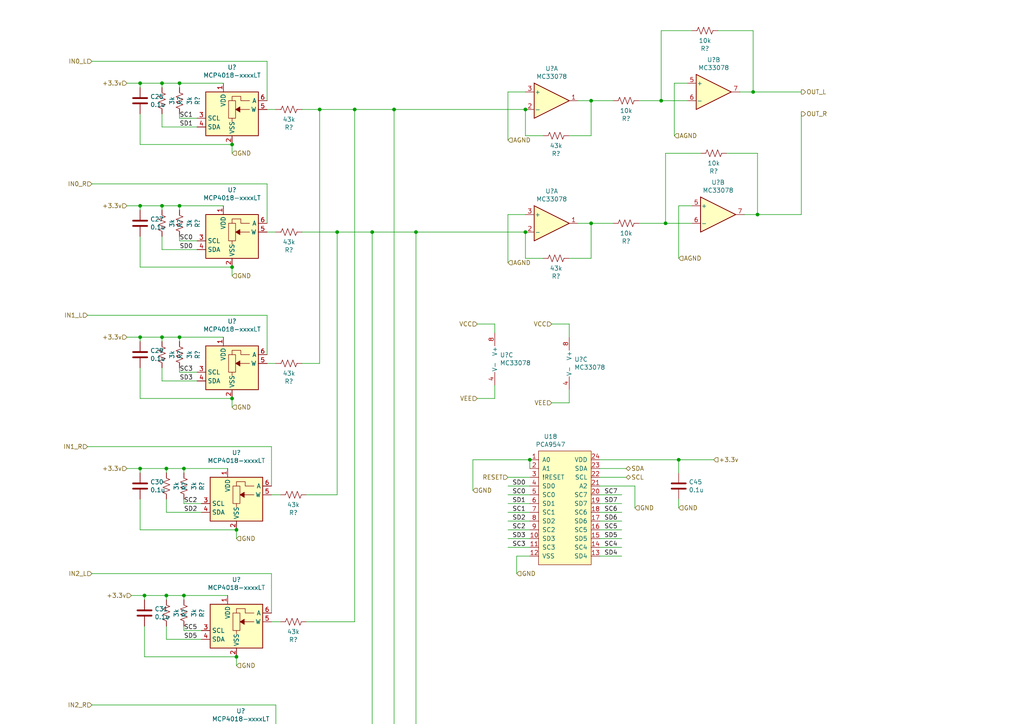
<source format=kicad_sch>
(kicad_sch (version 20230121) (generator eeschema)

  (uuid e7a3e7d6-dad9-4061-a53c-8cf65a16498f)

  (paper "A4")

  (lib_symbols
    (symbol "Amplifier_Operational:MC33078" (pin_names (offset 0.127)) (in_bom yes) (on_board yes)
      (property "Reference" "U" (at 0 5.08 0)
        (effects (font (size 1.27 1.27)) (justify left))
      )
      (property "Value" "MC33078" (at 0 -5.08 0)
        (effects (font (size 1.27 1.27)) (justify left))
      )
      (property "Footprint" "" (at 0 0 0)
        (effects (font (size 1.27 1.27)) hide)
      )
      (property "Datasheet" "https://www.onsemi.com/pub/Collateral/MC33078-D.PDF" (at 0 0 0)
        (effects (font (size 1.27 1.27)) hide)
      )
      (property "ki_locked" "" (at 0 0 0)
        (effects (font (size 1.27 1.27)))
      )
      (property "ki_keywords" "dual opamp" (at 0 0 0)
        (effects (font (size 1.27 1.27)) hide)
      )
      (property "ki_description" "Low Noise, Dual Operational Amplifiers, DIP-8/SOIC-8/SSOP-8" (at 0 0 0)
        (effects (font (size 1.27 1.27)) hide)
      )
      (property "ki_fp_filters" "SOIC*3.9x4.9mm*P1.27mm* DIP*W7.62mm* TO*99* OnSemi*Micro8* TSSOP*3x3mm*P0.65mm* TSSOP*4.4x3mm*P0.65mm* MSOP*3x3mm*P0.65mm* SSOP*3.9x4.9mm*P0.635mm* LFCSP*2x2mm*P0.5mm* *SIP* SOIC*5.3x6.2mm*P1.27mm*" (at 0 0 0)
        (effects (font (size 1.27 1.27)) hide)
      )
      (symbol "MC33078_1_1"
        (polyline
          (pts
            (xy -5.08 5.08)
            (xy 5.08 0)
            (xy -5.08 -5.08)
            (xy -5.08 5.08)
          )
          (stroke (width 0.254) (type default))
          (fill (type background))
        )
        (pin output line (at 7.62 0 180) (length 2.54)
          (name "~" (effects (font (size 1.27 1.27))))
          (number "1" (effects (font (size 1.27 1.27))))
        )
        (pin input line (at -7.62 -2.54 0) (length 2.54)
          (name "-" (effects (font (size 1.27 1.27))))
          (number "2" (effects (font (size 1.27 1.27))))
        )
        (pin input line (at -7.62 2.54 0) (length 2.54)
          (name "+" (effects (font (size 1.27 1.27))))
          (number "3" (effects (font (size 1.27 1.27))))
        )
      )
      (symbol "MC33078_2_1"
        (polyline
          (pts
            (xy -5.08 5.08)
            (xy 5.08 0)
            (xy -5.08 -5.08)
            (xy -5.08 5.08)
          )
          (stroke (width 0.254) (type default))
          (fill (type background))
        )
        (pin input line (at -7.62 2.54 0) (length 2.54)
          (name "+" (effects (font (size 1.27 1.27))))
          (number "5" (effects (font (size 1.27 1.27))))
        )
        (pin input line (at -7.62 -2.54 0) (length 2.54)
          (name "-" (effects (font (size 1.27 1.27))))
          (number "6" (effects (font (size 1.27 1.27))))
        )
        (pin output line (at 7.62 0 180) (length 2.54)
          (name "~" (effects (font (size 1.27 1.27))))
          (number "7" (effects (font (size 1.27 1.27))))
        )
      )
      (symbol "MC33078_3_1"
        (pin power_in line (at -2.54 -7.62 90) (length 3.81)
          (name "V-" (effects (font (size 1.27 1.27))))
          (number "4" (effects (font (size 1.27 1.27))))
        )
        (pin power_in line (at -2.54 7.62 270) (length 3.81)
          (name "V+" (effects (font (size 1.27 1.27))))
          (number "8" (effects (font (size 1.27 1.27))))
        )
      )
    )
    (symbol "Device:C" (pin_numbers hide) (pin_names (offset 0.254)) (in_bom yes) (on_board yes)
      (property "Reference" "C" (at 0.635 2.54 0)
        (effects (font (size 1.27 1.27)) (justify left))
      )
      (property "Value" "C" (at 0.635 -2.54 0)
        (effects (font (size 1.27 1.27)) (justify left))
      )
      (property "Footprint" "" (at 0.9652 -3.81 0)
        (effects (font (size 1.27 1.27)) hide)
      )
      (property "Datasheet" "~" (at 0 0 0)
        (effects (font (size 1.27 1.27)) hide)
      )
      (property "ki_keywords" "cap capacitor" (at 0 0 0)
        (effects (font (size 1.27 1.27)) hide)
      )
      (property "ki_description" "Unpolarized capacitor" (at 0 0 0)
        (effects (font (size 1.27 1.27)) hide)
      )
      (property "ki_fp_filters" "C_*" (at 0 0 0)
        (effects (font (size 1.27 1.27)) hide)
      )
      (symbol "C_0_1"
        (polyline
          (pts
            (xy -2.032 -0.762)
            (xy 2.032 -0.762)
          )
          (stroke (width 0.508) (type default))
          (fill (type none))
        )
        (polyline
          (pts
            (xy -2.032 0.762)
            (xy 2.032 0.762)
          )
          (stroke (width 0.508) (type default))
          (fill (type none))
        )
      )
      (symbol "C_1_1"
        (pin passive line (at 0 3.81 270) (length 2.794)
          (name "~" (effects (font (size 1.27 1.27))))
          (number "1" (effects (font (size 1.27 1.27))))
        )
        (pin passive line (at 0 -3.81 90) (length 2.794)
          (name "~" (effects (font (size 1.27 1.27))))
          (number "2" (effects (font (size 1.27 1.27))))
        )
      )
    )
    (symbol "Device:R_US" (pin_numbers hide) (pin_names (offset 0)) (in_bom yes) (on_board yes)
      (property "Reference" "R" (at 2.54 0 90)
        (effects (font (size 1.27 1.27)))
      )
      (property "Value" "R_US" (at -2.54 0 90)
        (effects (font (size 1.27 1.27)))
      )
      (property "Footprint" "" (at 1.016 -0.254 90)
        (effects (font (size 1.27 1.27)) hide)
      )
      (property "Datasheet" "~" (at 0 0 0)
        (effects (font (size 1.27 1.27)) hide)
      )
      (property "ki_keywords" "R res resistor" (at 0 0 0)
        (effects (font (size 1.27 1.27)) hide)
      )
      (property "ki_description" "Resistor, US symbol" (at 0 0 0)
        (effects (font (size 1.27 1.27)) hide)
      )
      (property "ki_fp_filters" "R_*" (at 0 0 0)
        (effects (font (size 1.27 1.27)) hide)
      )
      (symbol "R_US_0_1"
        (polyline
          (pts
            (xy 0 -2.286)
            (xy 0 -2.54)
          )
          (stroke (width 0) (type default))
          (fill (type none))
        )
        (polyline
          (pts
            (xy 0 2.286)
            (xy 0 2.54)
          )
          (stroke (width 0) (type default))
          (fill (type none))
        )
        (polyline
          (pts
            (xy 0 -0.762)
            (xy 1.016 -1.143)
            (xy 0 -1.524)
            (xy -1.016 -1.905)
            (xy 0 -2.286)
          )
          (stroke (width 0) (type default))
          (fill (type none))
        )
        (polyline
          (pts
            (xy 0 0.762)
            (xy 1.016 0.381)
            (xy 0 0)
            (xy -1.016 -0.381)
            (xy 0 -0.762)
          )
          (stroke (width 0) (type default))
          (fill (type none))
        )
        (polyline
          (pts
            (xy 0 2.286)
            (xy 1.016 1.905)
            (xy 0 1.524)
            (xy -1.016 1.143)
            (xy 0 0.762)
          )
          (stroke (width 0) (type default))
          (fill (type none))
        )
      )
      (symbol "R_US_1_1"
        (pin passive line (at 0 3.81 270) (length 1.27)
          (name "~" (effects (font (size 1.27 1.27))))
          (number "1" (effects (font (size 1.27 1.27))))
        )
        (pin passive line (at 0 -3.81 90) (length 1.27)
          (name "~" (effects (font (size 1.27 1.27))))
          (number "2" (effects (font (size 1.27 1.27))))
        )
      )
    )
    (symbol "Potentiometer_Digital:MCP4018-xxxxLT" (in_bom yes) (on_board yes)
      (property "Reference" "U" (at -7.62 8.89 0)
        (effects (font (size 1.27 1.27)) (justify left))
      )
      (property "Value" "MCP4018-xxxxLT" (at 1.27 8.89 0)
        (effects (font (size 1.27 1.27)) (justify left))
      )
      (property "Footprint" "Package_TO_SOT_SMD:SOT-363_SC-70-6" (at 1.27 -6.35 0)
        (effects (font (size 1.27 1.27)) (justify left) hide)
      )
      (property "Datasheet" "http://ww1.microchip.com/downloads/en/DeviceDoc/22147a.pdf" (at 1.27 -13.97 0)
        (effects (font (size 1.27 1.27)) (justify left) hide)
      )
      (property "ki_keywords" "TWI pot" (at 0 0 0)
        (effects (font (size 1.27 1.27)) hide)
      )
      (property "ki_description" "Low-Cost 128-Step Volatile I2C Digital Potentiometer, SC-70-6" (at 0 0 0)
        (effects (font (size 1.27 1.27)) hide)
      )
      (property "ki_fp_filters" "*SC?70*" (at 0 0 0)
        (effects (font (size 1.27 1.27)) hide)
      )
      (symbol "MCP4018-xxxxLT_0_1"
        (polyline
          (pts
            (xy 0 0)
            (xy 0 -1.016)
          )
          (stroke (width 0) (type default))
          (fill (type none))
        )
        (polyline
          (pts
            (xy 5.08 5.08)
            (xy 2.54 5.08)
            (xy 2.54 6.35)
            (xy 0 6.35)
            (xy 0 5.08)
          )
          (stroke (width 0) (type default))
          (fill (type none))
        )
      )
      (symbol "MCP4018-xxxxLT_1_1"
        (rectangle (start -7.62 7.62) (end 7.62 -5.08)
          (stroke (width 0.254) (type default))
          (fill (type background))
        )
        (polyline
          (pts
            (xy 5.08 2.54)
            (xy 2.286 2.54)
          )
          (stroke (width 0) (type default))
          (fill (type none))
        )
        (polyline
          (pts
            (xy 2.286 1.778)
            (xy 2.286 3.302)
            (xy 1.016 2.54)
            (xy 2.286 1.778)
          )
          (stroke (width 0) (type default))
          (fill (type outline))
        )
        (rectangle (start 1.016 0) (end -1.016 5.08)
          (stroke (width 0) (type default))
          (fill (type none))
        )
        (pin power_in line (at -2.54 10.16 270) (length 2.54)
          (name "VDD" (effects (font (size 1.27 1.27))))
          (number "1" (effects (font (size 1.27 1.27))))
        )
        (pin power_in line (at 0 -7.62 90) (length 2.54)
          (name "VSS" (effects (font (size 1.27 1.27))))
          (number "2" (effects (font (size 1.27 1.27))))
        )
        (pin input line (at -10.16 0 0) (length 2.54)
          (name "SCL" (effects (font (size 1.27 1.27))))
          (number "3" (effects (font (size 1.27 1.27))))
        )
        (pin bidirectional line (at -10.16 -2.54 0) (length 2.54)
          (name "SDA" (effects (font (size 1.27 1.27))))
          (number "4" (effects (font (size 1.27 1.27))))
        )
        (pin passive line (at 10.16 2.54 180) (length 2.54)
          (name "W" (effects (font (size 1.27 1.27))))
          (number "5" (effects (font (size 1.27 1.27))))
        )
        (pin passive line (at 10.16 5.08 180) (length 2.54)
          (name "A" (effects (font (size 1.27 1.27))))
          (number "6" (effects (font (size 1.27 1.27))))
        )
      )
    )
    (symbol "ProjectSymbols:PCA9547" (pin_names (offset 1.016)) (in_bom yes) (on_board yes)
      (property "Reference" "U" (at 0 0 0)
        (effects (font (size 1.27 1.27)))
      )
      (property "Value" "PCA9547" (at 0 -35.56 0)
        (effects (font (size 1.27 1.27)))
      )
      (property "Footprint" "" (at 0 0 0)
        (effects (font (size 1.27 1.27)) hide)
      )
      (property "Datasheet" "" (at 0 0 0)
        (effects (font (size 1.27 1.27)) hide)
      )
      (symbol "PCA9547_0_1"
        (rectangle (start -7.62 -1.27) (end 7.62 -34.29)
          (stroke (width 0) (type solid))
          (fill (type background))
        )
      )
      (symbol "PCA9547_1_1"
        (pin input line (at -10.16 -3.81 0) (length 2.54)
          (name "A0" (effects (font (size 1.27 1.27))))
          (number "1" (effects (font (size 1.27 1.27))))
        )
        (pin bidirectional line (at -10.16 -26.67 0) (length 2.54)
          (name "SD3" (effects (font (size 1.27 1.27))))
          (number "10" (effects (font (size 1.27 1.27))))
        )
        (pin bidirectional line (at -10.16 -29.21 0) (length 2.54)
          (name "SC3" (effects (font (size 1.27 1.27))))
          (number "11" (effects (font (size 1.27 1.27))))
        )
        (pin bidirectional line (at -10.16 -31.75 0) (length 2.54)
          (name "VSS" (effects (font (size 1.27 1.27))))
          (number "12" (effects (font (size 1.27 1.27))))
        )
        (pin bidirectional line (at 10.16 -31.75 180) (length 2.54)
          (name "SD4" (effects (font (size 1.27 1.27))))
          (number "13" (effects (font (size 1.27 1.27))))
        )
        (pin bidirectional line (at 10.16 -29.21 180) (length 2.54)
          (name "SC4" (effects (font (size 1.27 1.27))))
          (number "14" (effects (font (size 1.27 1.27))))
        )
        (pin bidirectional line (at 10.16 -26.67 180) (length 2.54)
          (name "SD5" (effects (font (size 1.27 1.27))))
          (number "15" (effects (font (size 1.27 1.27))))
        )
        (pin bidirectional line (at 10.16 -24.13 180) (length 2.54)
          (name "SC5" (effects (font (size 1.27 1.27))))
          (number "16" (effects (font (size 1.27 1.27))))
        )
        (pin bidirectional line (at 10.16 -21.59 180) (length 2.54)
          (name "SD6" (effects (font (size 1.27 1.27))))
          (number "17" (effects (font (size 1.27 1.27))))
        )
        (pin bidirectional line (at 10.16 -19.05 180) (length 2.54)
          (name "SC6" (effects (font (size 1.27 1.27))))
          (number "18" (effects (font (size 1.27 1.27))))
        )
        (pin bidirectional line (at 10.16 -16.51 180) (length 2.54)
          (name "SD7" (effects (font (size 1.27 1.27))))
          (number "19" (effects (font (size 1.27 1.27))))
        )
        (pin input line (at -10.16 -6.35 0) (length 2.54)
          (name "A1" (effects (font (size 1.27 1.27))))
          (number "2" (effects (font (size 1.27 1.27))))
        )
        (pin bidirectional line (at 10.16 -13.97 180) (length 2.54)
          (name "SC7" (effects (font (size 1.27 1.27))))
          (number "20" (effects (font (size 1.27 1.27))))
        )
        (pin bidirectional line (at 10.16 -11.43 180) (length 2.54)
          (name "A2" (effects (font (size 1.27 1.27))))
          (number "21" (effects (font (size 1.27 1.27))))
        )
        (pin bidirectional line (at 10.16 -8.89 180) (length 2.54)
          (name "SCL" (effects (font (size 1.27 1.27))))
          (number "22" (effects (font (size 1.27 1.27))))
        )
        (pin bidirectional line (at 10.16 -6.35 180) (length 2.54)
          (name "SDA" (effects (font (size 1.27 1.27))))
          (number "23" (effects (font (size 1.27 1.27))))
        )
        (pin bidirectional line (at 10.16 -3.81 180) (length 2.54)
          (name "VDD" (effects (font (size 1.27 1.27))))
          (number "24" (effects (font (size 1.27 1.27))))
        )
        (pin input line (at -10.16 -8.89 0) (length 2.54)
          (name "!RESET" (effects (font (size 1.27 1.27))))
          (number "3" (effects (font (size 1.27 1.27))))
        )
        (pin bidirectional line (at -10.16 -11.43 0) (length 2.54)
          (name "SD0" (effects (font (size 1.27 1.27))))
          (number "4" (effects (font (size 1.27 1.27))))
        )
        (pin bidirectional line (at -10.16 -13.97 0) (length 2.54)
          (name "SC0" (effects (font (size 1.27 1.27))))
          (number "5" (effects (font (size 1.27 1.27))))
        )
        (pin bidirectional line (at -10.16 -16.51 0) (length 2.54)
          (name "SD1" (effects (font (size 1.27 1.27))))
          (number "6" (effects (font (size 1.27 1.27))))
        )
        (pin bidirectional line (at -10.16 -19.05 0) (length 2.54)
          (name "SC1" (effects (font (size 1.27 1.27))))
          (number "7" (effects (font (size 1.27 1.27))))
        )
        (pin bidirectional line (at -10.16 -21.59 0) (length 2.54)
          (name "SD2" (effects (font (size 1.27 1.27))))
          (number "8" (effects (font (size 1.27 1.27))))
        )
        (pin bidirectional line (at -10.16 -24.13 0) (length 2.54)
          (name "SC2" (effects (font (size 1.27 1.27))))
          (number "9" (effects (font (size 1.27 1.27))))
        )
      )
    )
  )

  (junction (at 69.85 303.53) (diameter 0) (color 0 0 0 0)
    (uuid 01a3b9b2-8801-42f4-9c18-41f6b909001d)
  )
  (junction (at 97.79 67.31) (diameter 0) (color 0 0 0 0)
    (uuid 022b8c5e-9e3b-4efb-bc60-e0610f6f0a60)
  )
  (junction (at 92.71 31.75) (diameter 0) (color 0 0 0 0)
    (uuid 068d845a-35bf-41d3-8b21-804121e5c750)
  )
  (junction (at 67.31 115.57) (diameter 0) (color 0 0 0 0)
    (uuid 09edfdf4-0714-46dd-b859-12008aa200b3)
  )
  (junction (at 40.64 135.89) (diameter 0) (color 0 0 0 0)
    (uuid 0ad917e1-328e-4ccd-98bc-1c48b4a41e6d)
  )
  (junction (at 53.34 172.72) (diameter 0) (color 0 0 0 0)
    (uuid 11fdf02a-739f-4742-b72b-dae7cf72d688)
  )
  (junction (at 41.91 172.72) (diameter 0) (color 0 0 0 0)
    (uuid 18e4340e-cbb7-4ee1-b154-2c94b5eaaac5)
  )
  (junction (at 46.99 59.69) (diameter 0) (color 0 0 0 0)
    (uuid 25454ffd-c21a-4434-bec3-d70b172c1c19)
  )
  (junction (at 152.4 31.75) (diameter 0) (color 0 0 0 0)
    (uuid 271cb5f0-81d3-4de2-97bd-a5a58e962302)
  )
  (junction (at 48.26 247.65) (diameter 0) (color 0 0 0 0)
    (uuid 28f7b8c6-f992-4fac-88dd-e98658e07b30)
  )
  (junction (at 102.87 31.75) (diameter 0) (color 0 0 0 0)
    (uuid 2dd26a70-274b-488b-8b88-7331c91dcc66)
  )
  (junction (at 69.85 228.6) (diameter 0) (color 0 0 0 0)
    (uuid 362bf51a-18d9-45d9-98ef-9d12d28ac0f5)
  )
  (junction (at 49.53 210.82) (diameter 0) (color 0 0 0 0)
    (uuid 4329141d-07ac-43e9-ab77-849f90933c4e)
  )
  (junction (at 40.64 97.79) (diameter 0) (color 0 0 0 0)
    (uuid 4b68be93-5cff-41b5-ba5a-25cd54cfcc7b)
  )
  (junction (at 48.26 135.89) (diameter 0) (color 0 0 0 0)
    (uuid 4d3cf477-ce8f-48ae-9b8a-429f9fca4d27)
  )
  (junction (at 68.58 265.43) (diameter 0) (color 0 0 0 0)
    (uuid 59974d14-8fbb-46f1-a708-2a7dc1729070)
  )
  (junction (at 68.58 153.67) (diameter 0) (color 0 0 0 0)
    (uuid 5bea2852-b482-485b-8b7d-04cb30c7b4b9)
  )
  (junction (at 171.45 64.77) (diameter 0) (color 0 0 0 0)
    (uuid 5ff22583-e620-4fec-9dc2-d24c7d7ef700)
  )
  (junction (at 53.34 135.89) (diameter 0) (color 0 0 0 0)
    (uuid 67fd00ea-cfac-4b7e-941a-b6c235ca54e0)
  )
  (junction (at 52.07 59.69) (diameter 0) (color 0 0 0 0)
    (uuid 6e13c093-bcba-4b1f-bff5-705603238fb8)
  )
  (junction (at 40.64 59.69) (diameter 0) (color 0 0 0 0)
    (uuid 70cb0305-f4a4-4654-8018-c40143720325)
  )
  (junction (at 107.95 67.31) (diameter 0) (color 0 0 0 0)
    (uuid 7839c342-5987-4b97-aa04-284dd3cefae7)
  )
  (junction (at 46.99 24.13) (diameter 0) (color 0 0 0 0)
    (uuid 87cf0b6f-26ea-4f9a-8b6c-1d3d11b9a477)
  )
  (junction (at 52.07 97.79) (diameter 0) (color 0 0 0 0)
    (uuid 89b3ca16-966e-49f8-ba74-17fb8c439777)
  )
  (junction (at 219.71 62.23) (diameter 0) (color 0 0 0 0)
    (uuid 8a08079e-b6c0-419a-a2dc-5abb8f0d6c16)
  )
  (junction (at 67.31 77.47) (diameter 0) (color 0 0 0 0)
    (uuid 8a435c25-808d-4e23-a26b-f31ba2be110b)
  )
  (junction (at 120.65 67.31) (diameter 0) (color 0 0 0 0)
    (uuid 8cdd274c-c2dc-4150-af53-d41a97e9f055)
  )
  (junction (at 196.85 133.35) (diameter 0) (color 0 0 0 0)
    (uuid 96060aa9-6627-4830-a4cf-5e8cfde436d2)
  )
  (junction (at 171.45 29.21) (diameter 0) (color 0 0 0 0)
    (uuid 9b2b9b2e-9e00-416f-804a-b5e8b8e86bb9)
  )
  (junction (at 49.53 285.75) (diameter 0) (color 0 0 0 0)
    (uuid a2b3394e-112d-42c1-8cd4-70ed6a28fce4)
  )
  (junction (at 54.61 285.75) (diameter 0) (color 0 0 0 0)
    (uuid a6766777-bd04-4ffd-b0bb-21161fc4bc8c)
  )
  (junction (at 48.26 172.72) (diameter 0) (color 0 0 0 0)
    (uuid ab993c66-3126-4bc8-9908-8342fcfd05ba)
  )
  (junction (at 152.4 67.31) (diameter 0) (color 0 0 0 0)
    (uuid abda4817-834c-447e-ad06-d733061a7d63)
  )
  (junction (at 67.31 41.91) (diameter 0) (color 0 0 0 0)
    (uuid b5fec253-1df5-4a40-bb3d-4bb47ffd174c)
  )
  (junction (at 52.07 24.13) (diameter 0) (color 0 0 0 0)
    (uuid bac9c17a-5c47-4ddd-8844-0c36f53bbb99)
  )
  (junction (at 41.91 247.65) (diameter 0) (color 0 0 0 0)
    (uuid bba4c44e-e6a6-43b7-9594-2720981e5536)
  )
  (junction (at 46.99 97.79) (diameter 0) (color 0 0 0 0)
    (uuid bc297831-6cf7-438a-9fc8-733308e7a727)
  )
  (junction (at 41.91 285.75) (diameter 0) (color 0 0 0 0)
    (uuid be9b52e2-5472-4cc3-b476-4cdcf3be37a1)
  )
  (junction (at 68.58 190.5) (diameter 0) (color 0 0 0 0)
    (uuid c4a249e9-7102-4ad3-9f45-1613870e0244)
  )
  (junction (at 191.77 29.21) (diameter 0) (color 0 0 0 0)
    (uuid c7e2b54f-4f7a-43c8-b7ef-53a7a3906063)
  )
  (junction (at 193.04 64.77) (diameter 0) (color 0 0 0 0)
    (uuid cc61ce24-aa73-4869-a0fd-2fa4362a4589)
  )
  (junction (at 40.64 24.13) (diameter 0) (color 0 0 0 0)
    (uuid d4d93b4e-16bf-4038-af09-6ac1075038c7)
  )
  (junction (at 114.3 31.75) (diameter 0) (color 0 0 0 0)
    (uuid dc786ae2-b035-412b-92c5-e67a05e7f425)
  )
  (junction (at 153.67 133.35) (diameter 0) (color 0 0 0 0)
    (uuid e5859f34-d06b-4f96-9e47-66e12403e806)
  )
  (junction (at 218.44 26.67) (diameter 0) (color 0 0 0 0)
    (uuid f132dd6d-cc39-4529-aa4b-20a9bb30901d)
  )
  (junction (at 41.91 210.82) (diameter 0) (color 0 0 0 0)
    (uuid f48f7214-3f91-4a0a-ac4f-e5e5df9284e4)
  )
  (junction (at 54.61 210.82) (diameter 0) (color 0 0 0 0)
    (uuid f67af7bc-3124-4856-b421-49e1399b2f91)
  )
  (junction (at 53.34 247.65) (diameter 0) (color 0 0 0 0)
    (uuid f9be1e6c-ae4f-40c3-b32f-1d0bd4ff6bda)
  )

  (wire (pts (xy 87.63 31.75) (xy 92.71 31.75))
    (stroke (width 0) (type default))
    (uuid 00762006-8e14-474a-b27d-218f9a1f86c2)
  )
  (wire (pts (xy 48.26 148.59) (xy 48.26 144.78))
    (stroke (width 0) (type default))
    (uuid 01907c5f-d7b3-4288-aa8e-37d850a47d61)
  )
  (wire (pts (xy 200.66 8.89) (xy 191.77 8.89))
    (stroke (width 0) (type default))
    (uuid 049ee43b-e1f8-4796-9e18-4a1b38205a01)
  )
  (wire (pts (xy 80.01 31.75) (xy 77.47 31.75))
    (stroke (width 0) (type default))
    (uuid 05208d8b-7a4b-4a14-8ab0-a7aa3a361d51)
  )
  (wire (pts (xy 149.86 161.29) (xy 149.86 166.37))
    (stroke (width 0) (type default))
    (uuid 068c4a35-0a75-4241-a8ad-886606b3b173)
  )
  (wire (pts (xy 41.91 212.09) (xy 41.91 210.82))
    (stroke (width 0) (type default))
    (uuid 07427aee-cd51-4c6c-b7f3-7678f9c61b6e)
  )
  (wire (pts (xy 49.53 223.52) (xy 49.53 219.71))
    (stroke (width 0) (type default))
    (uuid 0958276e-5306-48ec-885e-caddfa0585c7)
  )
  (wire (pts (xy 58.42 182.88) (xy 53.34 182.88))
    (stroke (width 0) (type default))
    (uuid 0bb3c56a-dfc2-42ff-9488-d720624af360)
  )
  (wire (pts (xy 80.01 67.31) (xy 77.47 67.31))
    (stroke (width 0) (type default))
    (uuid 0be5c521-8a0d-456b-a991-8ee5cef1006b)
  )
  (wire (pts (xy 59.69 220.98) (xy 54.61 220.98))
    (stroke (width 0) (type default))
    (uuid 0f15f662-4598-40b3-b03b-90babaa5b361)
  )
  (wire (pts (xy 52.07 34.29) (xy 52.07 33.02))
    (stroke (width 0) (type default))
    (uuid 10ac9f31-03d0-4a43-84fe-16e10bc560b3)
  )
  (wire (pts (xy 200.66 59.69) (xy 196.85 59.69))
    (stroke (width 0) (type default))
    (uuid 10fceedf-3b51-44aa-b18f-57fba556e800)
  )
  (wire (pts (xy 152.4 26.67) (xy 147.32 26.67))
    (stroke (width 0) (type default))
    (uuid 114910a2-e6bc-4948-8b31-356daf2eb8a0)
  )
  (wire (pts (xy 214.63 26.67) (xy 218.44 26.67))
    (stroke (width 0) (type default))
    (uuid 126a38ad-5ebb-43bb-b4af-f474db4379ec)
  )
  (wire (pts (xy 199.39 29.21) (xy 191.77 29.21))
    (stroke (width 0) (type default))
    (uuid 12f02eae-3caf-4067-8bdf-03b7ec88e5dd)
  )
  (wire (pts (xy 40.64 99.06) (xy 40.64 97.79))
    (stroke (width 0) (type default))
    (uuid 151185b5-2764-435c-8265-4f2914a6a7f1)
  )
  (wire (pts (xy 26.67 166.37) (xy 78.74 166.37))
    (stroke (width 0) (type default))
    (uuid 184cebce-2390-483f-8c67-563dfc806681)
  )
  (wire (pts (xy 219.71 62.23) (xy 232.41 62.23))
    (stroke (width 0) (type default))
    (uuid 1ab4d4f2-5990-44d2-a7f2-253c87d7e76c)
  )
  (wire (pts (xy 40.64 97.79) (xy 46.99 97.79))
    (stroke (width 0) (type default))
    (uuid 1b2fd8b2-b064-48df-bd77-fa161cc1d9f9)
  )
  (wire (pts (xy 54.61 210.82) (xy 67.31 210.82))
    (stroke (width 0) (type default))
    (uuid 1c8c7a5e-a2bc-4150-8996-afb0b2e43c0d)
  )
  (wire (pts (xy 171.45 29.21) (xy 167.64 29.21))
    (stroke (width 0) (type default))
    (uuid 1d5e010b-9b2a-4fb7-af12-c56f5de2b373)
  )
  (wire (pts (xy 40.64 59.69) (xy 46.99 59.69))
    (stroke (width 0) (type default))
    (uuid 1ff25abf-6418-40a9-9487-d11cef6cad70)
  )
  (wire (pts (xy 48.26 247.65) (xy 53.34 247.65))
    (stroke (width 0) (type default))
    (uuid 206619e6-b739-4885-9810-890d671a32af)
  )
  (wire (pts (xy 48.26 172.72) (xy 53.34 172.72))
    (stroke (width 0) (type default))
    (uuid 207112f4-dbde-44f0-a985-387c057dcb19)
  )
  (wire (pts (xy 48.26 185.42) (xy 48.26 181.61))
    (stroke (width 0) (type default))
    (uuid 2372eb8c-f38b-4c88-be19-773fa9de6459)
  )
  (wire (pts (xy 36.83 59.69) (xy 40.64 59.69))
    (stroke (width 0) (type default))
    (uuid 23a5bbed-8351-4b1e-bc4c-f378a37f8dee)
  )
  (wire (pts (xy 69.85 228.6) (xy 69.85 231.14))
    (stroke (width 0) (type default))
    (uuid 248feaa0-0fc8-4608-b640-f539a140f644)
  )
  (wire (pts (xy 82.55 218.44) (xy 80.01 218.44))
    (stroke (width 0) (type default))
    (uuid 24a21d95-4f9a-4ed1-b5a3-aa63fc4ae673)
  )
  (wire (pts (xy 58.42 146.05) (xy 53.34 146.05))
    (stroke (width 0) (type default))
    (uuid 2671498c-a970-4851-b13a-65481de2b8d9)
  )
  (wire (pts (xy 57.15 34.29) (xy 52.07 34.29))
    (stroke (width 0) (type default))
    (uuid 2692e2cf-4640-48b7-854a-eac1c9cb9eb6)
  )
  (wire (pts (xy 54.61 220.98) (xy 54.61 219.71))
    (stroke (width 0) (type default))
    (uuid 2773c7a9-baed-4b7f-beeb-f8f45498895b)
  )
  (wire (pts (xy 160.02 93.98) (xy 165.1 93.98))
    (stroke (width 0) (type default))
    (uuid 27d4f3a1-bc7d-417e-bee6-76c52822b691)
  )
  (wire (pts (xy 25.4 91.44) (xy 77.47 91.44))
    (stroke (width 0) (type default))
    (uuid 28e6af99-fd40-4afb-b50b-7c7461e181ab)
  )
  (wire (pts (xy 153.67 138.43) (xy 147.32 138.43))
    (stroke (width 0) (type default))
    (uuid 298d2265-4a7d-4bbb-86a7-ade81271eadd)
  )
  (wire (pts (xy 184.15 140.97) (xy 184.15 147.32))
    (stroke (width 0) (type default))
    (uuid 2a11ca89-9798-4dfb-9159-4dd0a51332c8)
  )
  (wire (pts (xy 173.99 156.21) (xy 180.34 156.21))
    (stroke (width 0) (type default))
    (uuid 2b2c7dd0-1a48-46ff-a17b-78f37cb60fd5)
  )
  (wire (pts (xy 171.45 64.77) (xy 177.8 64.77))
    (stroke (width 0) (type default))
    (uuid 2b67a54e-708d-4dda-873b-94d8a9f1866a)
  )
  (wire (pts (xy 90.17 218.44) (xy 107.95 218.44))
    (stroke (width 0) (type default))
    (uuid 2c16d3ab-1d66-4e7c-9509-e496ab57f46d)
  )
  (wire (pts (xy 46.99 60.96) (xy 46.99 59.69))
    (stroke (width 0) (type default))
    (uuid 2c535735-3809-457a-a512-7c501ab1d148)
  )
  (wire (pts (xy 120.65 67.31) (xy 152.4 67.31))
    (stroke (width 0) (type default))
    (uuid 2d8d05ae-319c-47b5-9c7c-75b5f7f86e01)
  )
  (wire (pts (xy 53.34 172.72) (xy 66.04 172.72))
    (stroke (width 0) (type default))
    (uuid 2da327b5-b59e-420a-b655-cb2c3c1cace8)
  )
  (wire (pts (xy 69.85 303.53) (xy 69.85 306.07))
    (stroke (width 0) (type default))
    (uuid 2dd0cd88-87cd-478d-9bc4-ad231fe72fe3)
  )
  (wire (pts (xy 68.58 265.43) (xy 68.58 267.97))
    (stroke (width 0) (type default))
    (uuid 2e00ee8f-7370-467a-ab79-cb4f0b7077ac)
  )
  (wire (pts (xy 191.77 8.89) (xy 191.77 29.21))
    (stroke (width 0) (type default))
    (uuid 2e820c1f-b7de-4d3b-bc62-ce0550d36da5)
  )
  (wire (pts (xy 67.31 77.47) (xy 67.31 80.01))
    (stroke (width 0) (type default))
    (uuid 2f391297-4bb0-4766-9da5-ebe0b82a184a)
  )
  (wire (pts (xy 38.1 210.82) (xy 41.91 210.82))
    (stroke (width 0) (type default))
    (uuid 2f45ee41-23ba-4ecd-83bf-507b26d2dfaf)
  )
  (wire (pts (xy 36.83 135.89) (xy 40.64 135.89))
    (stroke (width 0) (type default))
    (uuid 30f12adf-1f7b-4f02-b465-e07aa8aee068)
  )
  (wire (pts (xy 173.99 140.97) (xy 184.15 140.97))
    (stroke (width 0) (type default))
    (uuid 3209878f-0888-4bf5-b599-2e497836ae41)
  )
  (wire (pts (xy 41.91 172.72) (xy 48.26 172.72))
    (stroke (width 0) (type default))
    (uuid 32bde536-205c-4416-be50-a0a1168ae62d)
  )
  (wire (pts (xy 92.71 31.75) (xy 102.87 31.75))
    (stroke (width 0) (type default))
    (uuid 3584956d-bf06-4080-8fd9-6a7f369cc2eb)
  )
  (wire (pts (xy 46.99 25.4) (xy 46.99 24.13))
    (stroke (width 0) (type default))
    (uuid 35afb31d-e860-4344-a487-5a6943a600aa)
  )
  (wire (pts (xy 40.64 77.47) (xy 67.31 77.47))
    (stroke (width 0) (type default))
    (uuid 363d1dfe-ceb6-4de8-9bf2-57dc49103a95)
  )
  (wire (pts (xy 173.99 161.29) (xy 180.34 161.29))
    (stroke (width 0) (type default))
    (uuid 36eab5e6-d993-4e03-94c3-a44a7ffdf6d4)
  )
  (wire (pts (xy 78.74 140.97) (xy 78.74 129.54))
    (stroke (width 0) (type default))
    (uuid 379afce7-321c-4dee-a06b-c964550163bd)
  )
  (wire (pts (xy 49.53 285.75) (xy 54.61 285.75))
    (stroke (width 0) (type default))
    (uuid 383664d3-0381-4a9e-bde7-3a812d28f695)
  )
  (wire (pts (xy 165.1 116.84) (xy 165.1 113.03))
    (stroke (width 0) (type default))
    (uuid 3948d86b-ad86-490a-affc-fcfbcc74936b)
  )
  (wire (pts (xy 40.64 41.91) (xy 67.31 41.91))
    (stroke (width 0) (type default))
    (uuid 3994b538-dea0-4e37-bcf3-79929efc1fa4)
  )
  (wire (pts (xy 120.65 293.37) (xy 120.65 67.31))
    (stroke (width 0) (type default))
    (uuid 39d7d5f0-f4ba-48e7-8ec9-fbb17476a03b)
  )
  (wire (pts (xy 153.67 146.05) (xy 147.32 146.05))
    (stroke (width 0) (type default))
    (uuid 3c333137-a91c-4fb0-82f1-1453d2d79c6a)
  )
  (wire (pts (xy 153.67 140.97) (xy 147.32 140.97))
    (stroke (width 0) (type default))
    (uuid 3e9f8f1f-d0c5-48a0-b897-8b40605178aa)
  )
  (wire (pts (xy 46.99 110.49) (xy 57.15 110.49))
    (stroke (width 0) (type default))
    (uuid 40c9a548-139a-4803-80a2-cdeb8daf8620)
  )
  (wire (pts (xy 40.64 144.78) (xy 40.64 153.67))
    (stroke (width 0) (type default))
    (uuid 40e82a85-a474-46c8-ae38-17653ed544ac)
  )
  (wire (pts (xy 80.01 215.9) (xy 80.01 204.47))
    (stroke (width 0) (type default))
    (uuid 412b67b8-3c75-48c7-a47a-3c7313c2e276)
  )
  (wire (pts (xy 160.02 116.84) (xy 165.1 116.84))
    (stroke (width 0) (type default))
    (uuid 42f91a60-4cbb-462d-9444-1df497a15271)
  )
  (wire (pts (xy 46.99 72.39) (xy 46.99 68.58))
    (stroke (width 0) (type default))
    (uuid 4420f225-b5a5-4fa1-95b1-bbef8f486be7)
  )
  (wire (pts (xy 218.44 26.67) (xy 232.41 26.67))
    (stroke (width 0) (type default))
    (uuid 498b20d4-afb4-4123-a147-61228438e2f6)
  )
  (wire (pts (xy 48.26 135.89) (xy 53.34 135.89))
    (stroke (width 0) (type default))
    (uuid 4a42b661-e5bf-4e67-98bb-96bc077292b6)
  )
  (wire (pts (xy 49.53 287.02) (xy 49.53 285.75))
    (stroke (width 0) (type default))
    (uuid 4aa4ee86-e4a8-4244-a0a3-823ab0b5a8d0)
  )
  (wire (pts (xy 219.71 62.23) (xy 219.71 44.45))
    (stroke (width 0) (type default))
    (uuid 4be7cd50-e14a-4c6d-8080-02da3994f271)
  )
  (wire (pts (xy 68.58 153.67) (xy 68.58 156.21))
    (stroke (width 0) (type default))
    (uuid 4c8fa002-e1a2-44bb-bd65-17e899645168)
  )
  (wire (pts (xy 48.26 260.35) (xy 48.26 256.54))
    (stroke (width 0) (type default))
    (uuid 4c9efb33-d45a-4f05-a0c7-f10ad07cdde4)
  )
  (wire (pts (xy 40.64 106.68) (xy 40.64 115.57))
    (stroke (width 0) (type default))
    (uuid 4ca80c69-e6ac-4351-ae80-d1f9b3083deb)
  )
  (wire (pts (xy 138.43 93.98) (xy 143.51 93.98))
    (stroke (width 0) (type default))
    (uuid 4cdf3a27-69ad-4f2b-a81c-0cf142baa431)
  )
  (wire (pts (xy 41.91 265.43) (xy 68.58 265.43))
    (stroke (width 0) (type default))
    (uuid 4ddce092-3d8e-4296-af93-08e48b630d3f)
  )
  (wire (pts (xy 147.32 151.13) (xy 153.67 151.13))
    (stroke (width 0) (type default))
    (uuid 4efff02e-d167-470b-b076-7ce18283bf6d)
  )
  (wire (pts (xy 49.53 298.45) (xy 59.69 298.45))
    (stroke (width 0) (type default))
    (uuid 51521664-a169-4e92-a20f-d7a251a53d50)
  )
  (wire (pts (xy 48.26 137.16) (xy 48.26 135.89))
    (stroke (width 0) (type default))
    (uuid 517492cf-8ba1-453a-8ce7-8fd3749d8e20)
  )
  (wire (pts (xy 77.47 29.21) (xy 77.47 17.78))
    (stroke (width 0) (type default))
    (uuid 51cc830b-8ad6-485a-8e60-3c2e7e64db74)
  )
  (wire (pts (xy 54.61 295.91) (xy 54.61 294.64))
    (stroke (width 0) (type default))
    (uuid 525f710b-09d8-4f39-bb9d-0df070221811)
  )
  (wire (pts (xy 52.07 60.96) (xy 52.07 59.69))
    (stroke (width 0) (type default))
    (uuid 531678ee-7bb4-4025-9d18-4b116af17ce7)
  )
  (wire (pts (xy 49.53 210.82) (xy 54.61 210.82))
    (stroke (width 0) (type default))
    (uuid 534ddc7c-ecba-49fa-8510-78870bb04e20)
  )
  (wire (pts (xy 97.79 67.31) (xy 107.95 67.31))
    (stroke (width 0) (type default))
    (uuid 53c36932-e206-4e27-9633-247e99f14dc0)
  )
  (wire (pts (xy 54.61 287.02) (xy 54.61 285.75))
    (stroke (width 0) (type default))
    (uuid 55ca4a2b-e53c-44f2-9f1c-0b341ecbe1c2)
  )
  (wire (pts (xy 41.91 181.61) (xy 41.91 190.5))
    (stroke (width 0) (type default))
    (uuid 55ed1d12-63fa-495f-97d9-3836e9570da1)
  )
  (wire (pts (xy 57.15 69.85) (xy 52.07 69.85))
    (stroke (width 0) (type default))
    (uuid 560765bf-878f-4cfd-8143-4a0a349b3483)
  )
  (wire (pts (xy 78.74 252.73) (xy 78.74 241.3))
    (stroke (width 0) (type default))
    (uuid 56c373bc-d50b-491e-9091-4a21b86d4477)
  )
  (wire (pts (xy 165.1 93.98) (xy 165.1 97.79))
    (stroke (width 0) (type default))
    (uuid 575bbb7b-bbbb-42e8-959b-903eff490356)
  )
  (wire (pts (xy 48.26 173.99) (xy 48.26 172.72))
    (stroke (width 0) (type default))
    (uuid 577a7382-7637-40f1-aebc-53635acfd977)
  )
  (wire (pts (xy 87.63 67.31) (xy 97.79 67.31))
    (stroke (width 0) (type default))
    (uuid 57da8ef0-2542-4aa7-93f6-35bd3e41c9d4)
  )
  (wire (pts (xy 80.01 105.41) (xy 77.47 105.41))
    (stroke (width 0) (type default))
    (uuid 5a7adb3d-d2ac-4efe-933e-856d2a7ee15a)
  )
  (wire (pts (xy 26.67 204.47) (xy 80.01 204.47))
    (stroke (width 0) (type default))
    (uuid 5b7178eb-ec77-42a6-870c-d3a6e1bc4824)
  )
  (wire (pts (xy 138.43 115.57) (xy 143.51 115.57))
    (stroke (width 0) (type default))
    (uuid 5cf3c5f0-b2b3-48e8-934a-2cfca8bf44a2)
  )
  (wire (pts (xy 41.91 173.99) (xy 41.91 172.72))
    (stroke (width 0) (type default))
    (uuid 63ba08ff-3b95-41f7-aa22-a56d40cb4f50)
  )
  (wire (pts (xy 52.07 69.85) (xy 52.07 68.58))
    (stroke (width 0) (type default))
    (uuid 64767645-d2fe-4f0e-aaca-80454b2cf936)
  )
  (wire (pts (xy 153.67 161.29) (xy 149.86 161.29))
    (stroke (width 0) (type default))
    (uuid 6b7f645c-7469-4c90-888c-99f17b96318f)
  )
  (wire (pts (xy 173.99 138.43) (xy 181.61 138.43))
    (stroke (width 0) (type default))
    (uuid 6b96a6db-5781-4cae-b655-bad520a40e48)
  )
  (wire (pts (xy 92.71 31.75) (xy 92.71 105.41))
    (stroke (width 0) (type default))
    (uuid 6ecc80ad-e1ed-4e28-a684-368396acdf61)
  )
  (wire (pts (xy 49.53 212.09) (xy 49.53 210.82))
    (stroke (width 0) (type default))
    (uuid 700fa256-7c67-4b63-8510-2ae27306c3e4)
  )
  (wire (pts (xy 53.34 135.89) (xy 66.04 135.89))
    (stroke (width 0) (type default))
    (uuid 711d038e-05e7-4cc4-8cdc-1e9d2e5241d1)
  )
  (wire (pts (xy 26.67 279.4) (xy 80.01 279.4))
    (stroke (width 0) (type default))
    (uuid 719ece33-549b-4652-91e9-c8e3e4ebdef0)
  )
  (wire (pts (xy 46.99 97.79) (xy 52.07 97.79))
    (stroke (width 0) (type default))
    (uuid 71ae8a05-8cf1-47ee-ae97-4119ae716923)
  )
  (wire (pts (xy 48.26 248.92) (xy 48.26 247.65))
    (stroke (width 0) (type default))
    (uuid 7251459b-e7f1-470c-9811-bd85ccc87b9a)
  )
  (wire (pts (xy 88.9 255.27) (xy 114.3 255.27))
    (stroke (width 0) (type default))
    (uuid 7277faa7-9d47-4269-aa2d-1fd8308e6acc)
  )
  (wire (pts (xy 152.4 67.31) (xy 152.4 74.93))
    (stroke (width 0) (type default))
    (uuid 72a2a6fe-c5b3-46c4-b1bf-98f91b723aa1)
  )
  (wire (pts (xy 114.3 31.75) (xy 152.4 31.75))
    (stroke (width 0) (type default))
    (uuid 756e3b13-845e-4c45-98db-aa3da61c7665)
  )
  (wire (pts (xy 57.15 107.95) (xy 52.07 107.95))
    (stroke (width 0) (type default))
    (uuid 7574da68-eb55-486a-b718-b64f3fb04a77)
  )
  (wire (pts (xy 196.85 59.69) (xy 196.85 74.93))
    (stroke (width 0) (type default))
    (uuid 77469ec4-a899-46f9-8ef8-e46d3bff28e5)
  )
  (wire (pts (xy 53.34 173.99) (xy 53.34 172.72))
    (stroke (width 0) (type default))
    (uuid 77646e75-4034-4535-a9e9-1d3740581016)
  )
  (wire (pts (xy 196.85 144.78) (xy 196.85 147.32))
    (stroke (width 0) (type default))
    (uuid 789bd8aa-c756-480d-aa78-b26d5a60dd16)
  )
  (wire (pts (xy 40.64 25.4) (xy 40.64 24.13))
    (stroke (width 0) (type default))
    (uuid 7ac689a0-a9a7-47ff-a799-aee9fa9083c9)
  )
  (wire (pts (xy 173.99 143.51) (xy 180.34 143.51))
    (stroke (width 0) (type default))
    (uuid 7d7c17b4-3e37-47b6-96af-0248d28d9294)
  )
  (wire (pts (xy 54.61 285.75) (xy 67.31 285.75))
    (stroke (width 0) (type default))
    (uuid 7e4b0506-8610-4bde-a82c-b317e23faee9)
  )
  (wire (pts (xy 41.91 219.71) (xy 41.91 228.6))
    (stroke (width 0) (type default))
    (uuid 7e53aa9a-793a-4ef6-98b5-416e54b7677a)
  )
  (wire (pts (xy 46.99 24.13) (xy 52.07 24.13))
    (stroke (width 0) (type default))
    (uuid 7e965a6d-da9d-404f-9ad6-b04054cb34fd)
  )
  (wire (pts (xy 173.99 148.59) (xy 180.34 148.59))
    (stroke (width 0) (type default))
    (uuid 801ea0b1-df2c-40b4-a446-99405b8cead5)
  )
  (wire (pts (xy 41.91 256.54) (xy 41.91 265.43))
    (stroke (width 0) (type default))
    (uuid 810adb0a-2680-490e-9258-289c39eaf9d9)
  )
  (wire (pts (xy 41.91 228.6) (xy 69.85 228.6))
    (stroke (width 0) (type default))
    (uuid 8175f47c-3236-4c9f-a15d-427ec070a6d8)
  )
  (wire (pts (xy 107.95 67.31) (xy 120.65 67.31))
    (stroke (width 0) (type default))
    (uuid 8269432d-a8ed-4669-a4eb-470c8c90affd)
  )
  (wire (pts (xy 53.34 146.05) (xy 53.34 144.78))
    (stroke (width 0) (type default))
    (uuid 83b27294-1e38-4743-954e-a9417af52f66)
  )
  (wire (pts (xy 26.67 17.78) (xy 77.47 17.78))
    (stroke (width 0) (type default))
    (uuid 846f42f7-0733-40e7-952b-f4eb079abf67)
  )
  (wire (pts (xy 191.77 29.21) (xy 185.42 29.21))
    (stroke (width 0) (type default))
    (uuid 84a76c61-253e-4b47-a6e8-335f0c690b3b)
  )
  (wire (pts (xy 107.95 67.31) (xy 107.95 218.44))
    (stroke (width 0) (type default))
    (uuid 8571635c-e86c-4cf9-be41-c5cb151fd04c)
  )
  (wire (pts (xy 81.28 180.34) (xy 78.74 180.34))
    (stroke (width 0) (type default))
    (uuid 86f948d1-44e2-4d9e-a0fb-906fd0b5ab7a)
  )
  (wire (pts (xy 38.1 172.72) (xy 41.91 172.72))
    (stroke (width 0) (type default))
    (uuid 871ead84-fa07-44bb-a422-1cecc6f68a8f)
  )
  (wire (pts (xy 52.07 97.79) (xy 64.77 97.79))
    (stroke (width 0) (type default))
    (uuid 889da845-1b02-47ab-8863-0040da2b4b79)
  )
  (wire (pts (xy 40.64 135.89) (xy 48.26 135.89))
    (stroke (width 0) (type default))
    (uuid 8940ff75-320d-4450-8b91-5faca87c34fe)
  )
  (wire (pts (xy 67.31 41.91) (xy 67.31 44.45))
    (stroke (width 0) (type default))
    (uuid 89afaf00-1134-40af-ab0f-f81db3cff1fc)
  )
  (wire (pts (xy 171.45 74.93) (xy 171.45 64.77))
    (stroke (width 0) (type default))
    (uuid 8af07c6d-624b-4810-aaa4-9e4173a74502)
  )
  (wire (pts (xy 232.41 62.23) (xy 232.41 33.02))
    (stroke (width 0) (type default))
    (uuid 90cb74df-e21a-49bb-87ef-c5c5c18ec7b1)
  )
  (wire (pts (xy 173.99 158.75) (xy 180.34 158.75))
    (stroke (width 0) (type default))
    (uuid 912d33ad-6e17-406b-9783-9b5ebe3f1a4c)
  )
  (wire (pts (xy 46.99 110.49) (xy 46.99 106.68))
    (stroke (width 0) (type default))
    (uuid 92448776-bd32-4dc9-9291-99eca7899984)
  )
  (wire (pts (xy 53.34 248.92) (xy 53.34 247.65))
    (stroke (width 0) (type default))
    (uuid 92cff30f-0d1e-4366-be07-44e2f78789d8)
  )
  (wire (pts (xy 46.99 99.06) (xy 46.99 97.79))
    (stroke (width 0) (type default))
    (uuid 92e54546-abaf-4418-b125-0eff619f905e)
  )
  (wire (pts (xy 40.64 33.02) (xy 40.64 41.91))
    (stroke (width 0) (type default))
    (uuid 95cf35f5-1448-4191-8d66-5bf18087640b)
  )
  (wire (pts (xy 67.31 115.57) (xy 67.31 118.11))
    (stroke (width 0) (type default))
    (uuid 96494ca3-a23c-419a-8115-090bb6a32765)
  )
  (wire (pts (xy 219.71 44.45) (xy 210.82 44.45))
    (stroke (width 0) (type default))
    (uuid 97ca5e70-ea6a-483e-9f8b-3b0295fcf8e0)
  )
  (wire (pts (xy 152.4 31.75) (xy 152.4 39.37))
    (stroke (width 0) (type default))
    (uuid 984c3c57-889f-4cfa-972a-41010a106aed)
  )
  (wire (pts (xy 102.87 31.75) (xy 114.3 31.75))
    (stroke (width 0) (type default))
    (uuid 9b2e52b9-dc4a-4ef2-9922-da8936df4cf2)
  )
  (wire (pts (xy 38.1 247.65) (xy 41.91 247.65))
    (stroke (width 0) (type default))
    (uuid 9b505bf8-568d-4a80-8b20-810be9d46b32)
  )
  (wire (pts (xy 52.07 107.95) (xy 52.07 106.68))
    (stroke (width 0) (type default))
    (uuid 9b975af3-e980-4165-816e-863d5dad8e68)
  )
  (wire (pts (xy 49.53 298.45) (xy 49.53 294.64))
    (stroke (width 0) (type default))
    (uuid 9bad9255-66a5-4345-bb1b-41cbea1c3c71)
  )
  (wire (pts (xy 152.4 74.93) (xy 157.48 74.93))
    (stroke (width 0) (type default))
    (uuid 9c6597bb-0470-4e26-bebf-fe82126c286c)
  )
  (wire (pts (xy 171.45 39.37) (xy 171.45 29.21))
    (stroke (width 0) (type default))
    (uuid 9e72e8de-edd8-4f00-9db5-8a7eeeba3de3)
  )
  (wire (pts (xy 80.01 290.83) (xy 80.01 279.4))
    (stroke (width 0) (type default))
    (uuid 9e873062-2f10-483f-97ba-fbf119fe8e54)
  )
  (wire (pts (xy 147.32 158.75) (xy 153.67 158.75))
    (stroke (width 0) (type default))
    (uuid a19ae547-aa29-4f2e-b0f9-869b5363ba51)
  )
  (wire (pts (xy 40.64 153.67) (xy 68.58 153.67))
    (stroke (width 0) (type default))
    (uuid a2305968-4738-40d0-9d14-1b0a641cc923)
  )
  (wire (pts (xy 147.32 156.21) (xy 153.67 156.21))
    (stroke (width 0) (type default))
    (uuid a32ee5c7-0457-4473-8e3b-045cb35fedba)
  )
  (wire (pts (xy 165.1 74.93) (xy 171.45 74.93))
    (stroke (width 0) (type default))
    (uuid a3c414c4-4ace-460e-b1db-7f62cd276cd2)
  )
  (wire (pts (xy 48.26 148.59) (xy 58.42 148.59))
    (stroke (width 0) (type default))
    (uuid a3ffb31c-02d1-436f-8ba4-f767cd813389)
  )
  (wire (pts (xy 81.28 143.51) (xy 78.74 143.51))
    (stroke (width 0) (type default))
    (uuid a6af2202-3372-4dff-bfd9-4f47c074a6b5)
  )
  (wire (pts (xy 81.28 255.27) (xy 78.74 255.27))
    (stroke (width 0) (type default))
    (uuid aa039667-cc25-4436-861c-30613a4c3f6d)
  )
  (wire (pts (xy 173.99 153.67) (xy 180.34 153.67))
    (stroke (width 0) (type default))
    (uuid aa0caaf2-dae4-40fe-9ce6-4194661b3cc3)
  )
  (wire (pts (xy 52.07 25.4) (xy 52.07 24.13))
    (stroke (width 0) (type default))
    (uuid aba502b5-1b2f-47ed-8505-0037f6c77fbe)
  )
  (wire (pts (xy 153.67 148.59) (xy 147.32 148.59))
    (stroke (width 0) (type default))
    (uuid ac8ba92d-d800-49d3-8a54-66d9f2070db9)
  )
  (wire (pts (xy 102.87 31.75) (xy 102.87 180.34))
    (stroke (width 0) (type default))
    (uuid acaf704a-c7e1-4b43-8d0d-cff0f54907fe)
  )
  (wire (pts (xy 41.91 287.02) (xy 41.91 285.75))
    (stroke (width 0) (type default))
    (uuid acc765f9-d458-4b62-ae88-7fcb0e790b75)
  )
  (wire (pts (xy 40.64 60.96) (xy 40.64 59.69))
    (stroke (width 0) (type default))
    (uuid acf51509-c0da-4dcf-bee3-82ee150374d2)
  )
  (wire (pts (xy 53.34 182.88) (xy 53.34 181.61))
    (stroke (width 0) (type default))
    (uuid adc7a157-d689-4c8f-a0f8-9dc617b8d87e)
  )
  (wire (pts (xy 137.16 133.35) (xy 137.16 142.24))
    (stroke (width 0) (type default))
    (uuid af92acb4-682d-420c-81f0-0c3f755a1cf2)
  )
  (wire (pts (xy 41.91 303.53) (xy 69.85 303.53))
    (stroke (width 0) (type default))
    (uuid b0c17218-45fb-48ea-ad3a-edee86f6d5bc)
  )
  (wire (pts (xy 152.4 39.37) (xy 157.48 39.37))
    (stroke (width 0) (type default))
    (uuid b1efa465-f950-414c-8d77-e7787ec09e6d)
  )
  (wire (pts (xy 195.58 24.13) (xy 195.58 39.37))
    (stroke (width 0) (type default))
    (uuid b347a700-1164-47d5-bcfa-bd0e8ae38ae0)
  )
  (wire (pts (xy 40.64 137.16) (xy 40.64 135.89))
    (stroke (width 0) (type default))
    (uuid b3ede294-bc4e-4f5e-b2ac-056cbb4e690c)
  )
  (wire (pts (xy 53.34 257.81) (xy 53.34 256.54))
    (stroke (width 0) (type default))
    (uuid b5764862-a360-4482-bf58-1e57bcd878f4)
  )
  (wire (pts (xy 41.91 294.64) (xy 41.91 303.53))
    (stroke (width 0) (type default))
    (uuid b67f7297-01f4-4343-8183-24e2a0a3bdaa)
  )
  (wire (pts (xy 40.64 68.58) (xy 40.64 77.47))
    (stroke (width 0) (type default))
    (uuid b76f0672-7772-4611-b94f-b0f6309f4dbb)
  )
  (wire (pts (xy 40.64 115.57) (xy 67.31 115.57))
    (stroke (width 0) (type default))
    (uuid b7ea6427-ac8c-480a-a926-eeb97ea48424)
  )
  (wire (pts (xy 46.99 72.39) (xy 57.15 72.39))
    (stroke (width 0) (type default))
    (uuid b8ea18f6-936f-4462-a73b-d35066cc2836)
  )
  (wire (pts (xy 153.67 135.89) (xy 153.67 133.35))
    (stroke (width 0) (type default))
    (uuid b9a75ae4-51f9-4534-bf42-4cdfb72a5ec7)
  )
  (wire (pts (xy 54.61 212.09) (xy 54.61 210.82))
    (stroke (width 0) (type default))
    (uuid b9ef9a3b-bf73-4dbe-beb3-c01b05ca0c95)
  )
  (wire (pts (xy 88.9 180.34) (xy 102.87 180.34))
    (stroke (width 0) (type default))
    (uuid ba506c9b-45d0-456c-a055-5b90a1cd98b5)
  )
  (wire (pts (xy 36.83 24.13) (xy 40.64 24.13))
    (stroke (width 0) (type default))
    (uuid bb800635-7a41-4e2f-848f-3f037208a4fd)
  )
  (wire (pts (xy 26.67 241.3) (xy 78.74 241.3))
    (stroke (width 0) (type default))
    (uuid bb8c0576-566d-4181-b3d5-ca80e51b08ec)
  )
  (wire (pts (xy 40.64 24.13) (xy 46.99 24.13))
    (stroke (width 0) (type default))
    (uuid bfe99016-868f-4bc7-bc6f-65be9e06a431)
  )
  (wire (pts (xy 36.83 97.79) (xy 40.64 97.79))
    (stroke (width 0) (type default))
    (uuid c089cc0f-2c90-4111-89d5-034433195d36)
  )
  (wire (pts (xy 153.67 143.51) (xy 147.32 143.51))
    (stroke (width 0) (type default))
    (uuid c0ccdad9-3805-4c4b-9d44-6bc76960cdf7)
  )
  (wire (pts (xy 215.9 62.23) (xy 219.71 62.23))
    (stroke (width 0) (type default))
    (uuid c1257fe8-77f9-4db6-9da0-6cd7aded0e39)
  )
  (wire (pts (xy 147.32 62.23) (xy 147.32 76.2))
    (stroke (width 0) (type default))
    (uuid c2e3670a-f2ac-487a-bf2a-c5944052b546)
  )
  (wire (pts (xy 41.91 248.92) (xy 41.91 247.65))
    (stroke (width 0) (type default))
    (uuid c4e2cd23-ad0b-432d-a0a3-7707ef979457)
  )
  (wire (pts (xy 48.26 185.42) (xy 58.42 185.42))
    (stroke (width 0) (type default))
    (uuid c5b796d9-2618-4c39-bba3-9cd77df4654d)
  )
  (wire (pts (xy 46.99 36.83) (xy 46.99 33.02))
    (stroke (width 0) (type default))
    (uuid c717c4ee-1913-4228-81d6-8a1c5ad6929d)
  )
  (wire (pts (xy 181.61 135.89) (xy 173.99 135.89))
    (stroke (width 0) (type default))
    (uuid ca6a6cc9-b2f2-4500-9af5-e1cdfffa9956)
  )
  (wire (pts (xy 46.99 36.83) (xy 57.15 36.83))
    (stroke (width 0) (type default))
    (uuid ca730807-7b34-4993-9dbf-6615cc1cf2ed)
  )
  (wire (pts (xy 52.07 59.69) (xy 64.77 59.69))
    (stroke (width 0) (type default))
    (uuid cb054762-f7d3-4af7-b388-a72e4e7d98a3)
  )
  (wire (pts (xy 90.17 293.37) (xy 120.65 293.37))
    (stroke (width 0) (type default))
    (uuid cb119107-03f8-48b0-a58b-e1c082e17786)
  )
  (wire (pts (xy 193.04 64.77) (xy 200.66 64.77))
    (stroke (width 0) (type default))
    (uuid cc77aa5a-5458-4a9b-b240-fc6e2517e8aa)
  )
  (wire (pts (xy 165.1 39.37) (xy 171.45 39.37))
    (stroke (width 0) (type default))
    (uuid cf5dfd53-ccce-4422-926f-80067d26e3e2)
  )
  (wire (pts (xy 41.91 210.82) (xy 49.53 210.82))
    (stroke (width 0) (type default))
    (uuid d1c8cf90-90f4-4ed9-9526-a81d42711d17)
  )
  (wire (pts (xy 48.26 260.35) (xy 58.42 260.35))
    (stroke (width 0) (type default))
    (uuid d24a5d72-0eeb-471e-88c4-777f50948f00)
  )
  (wire (pts (xy 46.99 59.69) (xy 52.07 59.69))
    (stroke (width 0) (type default))
    (uuid d263013b-a4b3-4e96-883d-e614e4e3a8fc)
  )
  (wire (pts (xy 196.85 133.35) (xy 207.01 133.35))
    (stroke (width 0) (type default))
    (uuid d2bead55-400a-4cc9-876a-3666b58b5c27)
  )
  (wire (pts (xy 58.42 257.81) (xy 53.34 257.81))
    (stroke (width 0) (type default))
    (uuid d5f7bc92-14a4-4cea-b19f-55eef3d29cce)
  )
  (wire (pts (xy 68.58 190.5) (xy 68.58 193.04))
    (stroke (width 0) (type default))
    (uuid d604ddb6-4f53-451b-ad05-2d270b461844)
  )
  (wire (pts (xy 59.69 295.91) (xy 54.61 295.91))
    (stroke (width 0) (type default))
    (uuid d6859668-6377-4e7a-8529-383c5c297d9e)
  )
  (wire (pts (xy 52.07 99.06) (xy 52.07 97.79))
    (stroke (width 0) (type default))
    (uuid d7048430-7c5c-4c53-a136-716d14ca811c)
  )
  (wire (pts (xy 147.32 26.67) (xy 147.32 40.64))
    (stroke (width 0) (type default))
    (uuid da372712-b53d-4810-81b7-7bf8cdd55fdb)
  )
  (wire (pts (xy 218.44 26.67) (xy 218.44 8.89))
    (stroke (width 0) (type default))
    (uuid dc3b89b9-5c26-47b7-865a-747e23dc7c2c)
  )
  (wire (pts (xy 203.2 44.45) (xy 193.04 44.45))
    (stroke (width 0) (type default))
    (uuid dcb43b3b-9509-45e3-91d9-763e80d5f426)
  )
  (wire (pts (xy 147.32 153.67) (xy 153.67 153.67))
    (stroke (width 0) (type default))
    (uuid ddb2302b-d7ae-45b0-a480-6922d41fe1ed)
  )
  (wire (pts (xy 193.04 44.45) (xy 193.04 64.77))
    (stroke (width 0) (type default))
    (uuid def38aea-f54c-455c-ad24-720b4d14f7b2)
  )
  (wire (pts (xy 177.8 29.21) (xy 171.45 29.21))
    (stroke (width 0) (type default))
    (uuid e02c6a5e-909b-474c-be30-db498f561c02)
  )
  (wire (pts (xy 97.79 67.31) (xy 97.79 143.51))
    (stroke (width 0) (type default))
    (uuid e0abca27-b77d-4785-ba65-2260f32ae53c)
  )
  (wire (pts (xy 171.45 64.77) (xy 167.64 64.77))
    (stroke (width 0) (type default))
    (uuid e0bfcce2-418f-4594-ad5c-6877f544a5e6)
  )
  (wire (pts (xy 153.67 133.35) (xy 137.16 133.35))
    (stroke (width 0) (type default))
    (uuid e0d2e9bd-891e-4ced-ad22-2333a53a3f93)
  )
  (wire (pts (xy 41.91 190.5) (xy 68.58 190.5))
    (stroke (width 0) (type default))
    (uuid e0de8647-c2ec-4141-a65b-b06e4d5b5a75)
  )
  (wire (pts (xy 49.53 223.52) (xy 59.69 223.52))
    (stroke (width 0) (type default))
    (uuid e261e4cf-6023-4401-8e38-dbc73993e94f)
  )
  (wire (pts (xy 52.07 24.13) (xy 64.77 24.13))
    (stroke (width 0) (type default))
    (uuid e2e25658-33a8-4690-9466-234ba1228dea)
  )
  (wire (pts (xy 185.42 64.77) (xy 193.04 64.77))
    (stroke (width 0) (type default))
    (uuid e32f71d6-b555-4376-a1f7-ff45c7b3fd81)
  )
  (wire (pts (xy 38.1 285.75) (xy 41.91 285.75))
    (stroke (width 0) (type default))
    (uuid e40e0aad-8f3f-41ba-91b3-2db70b740d72)
  )
  (wire (pts (xy 143.51 115.57) (xy 143.51 111.76))
    (stroke (width 0) (type default))
    (uuid e48c32df-8267-4db0-a003-53a39d604d1c)
  )
  (wire (pts (xy 77.47 102.87) (xy 77.47 91.44))
    (stroke (width 0) (type default))
    (uuid e741627d-4fbd-435a-bcbe-4d2fd55ace4e)
  )
  (wire (pts (xy 173.99 146.05) (xy 180.34 146.05))
    (stroke (width 0) (type default))
    (uuid e78763f0-6608-409f-af70-6046d31cce92)
  )
  (wire (pts (xy 152.4 62.23) (xy 147.32 62.23))
    (stroke (width 0) (type default))
    (uuid e832fb73-a671-49dd-8f43-5e1967dcc191)
  )
  (wire (pts (xy 88.9 143.51) (xy 97.79 143.51))
    (stroke (width 0) (type default))
    (uuid e8764f55-d85a-49f5-bb5d-3f493f337d61)
  )
  (wire (pts (xy 82.55 293.37) (xy 80.01 293.37))
    (stroke (width 0) (type default))
    (uuid ea97ec5c-b3d3-4fe1-afa2-2155c39ea20d)
  )
  (wire (pts (xy 41.91 285.75) (xy 49.53 285.75))
    (stroke (width 0) (type default))
    (uuid eb838df1-49be-498b-b0ab-a1f9b5a7c8b2)
  )
  (wire (pts (xy 218.44 8.89) (xy 208.28 8.89))
    (stroke (width 0) (type default))
    (uuid ec82fdba-3025-410c-b197-6041cf0c9ed8)
  )
  (wire (pts (xy 53.34 247.65) (xy 66.04 247.65))
    (stroke (width 0) (type default))
    (uuid edb9e2d6-e315-494f-9afb-00baf4f4b3ce)
  )
  (wire (pts (xy 77.47 64.77) (xy 77.47 53.34))
    (stroke (width 0) (type default))
    (uuid ef95052b-bc66-4b93-98a6-642d64ad5ed5)
  )
  (wire (pts (xy 87.63 105.41) (xy 92.71 105.41))
    (stroke (width 0) (type default))
    (uuid efdc404f-cde5-42c6-a53f-2394516a824a)
  )
  (wire (pts (xy 25.4 129.54) (xy 78.74 129.54))
    (stroke (width 0) (type default))
    (uuid f017a41b-86a0-433c-bed5-59be0aca2477)
  )
  (wire (pts (xy 173.99 133.35) (xy 196.85 133.35))
    (stroke (width 0) (type default))
    (uuid f09354ff-f7cd-44b4-937b-c3e25de14372)
  )
  (wire (pts (xy 199.39 24.13) (xy 195.58 24.13))
    (stroke (width 0) (type default))
    (uuid f12a0ef2-591d-43db-9951-0d1dab89b9ad)
  )
  (wire (pts (xy 78.74 177.8) (xy 78.74 166.37))
    (stroke (width 0) (type default))
    (uuid f56a8f91-f132-4515-a164-300bfa7aee1b)
  )
  (wire (pts (xy 143.51 96.52) (xy 143.51 93.98))
    (stroke (width 0) (type default))
    (uuid f700a603-e57c-4a8c-8c17-dd08398d8c07)
  )
  (wire (pts (xy 26.67 53.34) (xy 77.47 53.34))
    (stroke (width 0) (type default))
    (uuid f85f3573-4f6d-4f4e-bfcc-ba711b2f538b)
  )
  (wire (pts (xy 53.34 137.16) (xy 53.34 135.89))
    (stroke (width 0) (type default))
    (uuid fa660e31-4c95-4660-8272-1367ebefc53b)
  )
  (wire (pts (xy 41.91 247.65) (xy 48.26 247.65))
    (stroke (width 0) (type default))
    (uuid fcf0aab1-5b83-4c79-abf9-b1dddb1b3f8b)
  )
  (wire (pts (xy 114.3 31.75) (xy 114.3 255.27))
    (stroke (width 0) (type default))
    (uuid fd1194a9-e9d9-40d5-ab87-0ffeb4aa9d12)
  )
  (wire (pts (xy 196.85 137.16) (xy 196.85 133.35))
    (stroke (width 0) (type default))
    (uuid fd527991-bd9f-4361-ac76-f531e7db326b)
  )
  (wire (pts (xy 173.99 151.13) (xy 180.34 151.13))
    (stroke (width 0) (type default))
    (uuid ff7cb7dc-30d7-4c74-a50a-17759f8b77d7)
  )

  (label "SD0" (at 148.59 140.97 0) (fields_autoplaced)
    (effects (font (size 1.27 1.27)) (justify left bottom))
    (uuid 01d90217-881d-49ed-93a8-1e83eb553c9b)
  )
  (label "SC4" (at 175.26 158.75 0) (fields_autoplaced)
    (effects (font (size 1.27 1.27)) (justify left bottom))
    (uuid 02da5eff-1868-4d32-9aa7-041fa018f28f)
  )
  (label "SD4" (at 175.26 161.29 0) (fields_autoplaced)
    (effects (font (size 1.27 1.27)) (justify left bottom))
    (uuid 1bbacfa0-5bda-4897-837a-79c8a4756aaf)
  )
  (label "SD1" (at 148.59 146.05 0) (fields_autoplaced)
    (effects (font (size 1.27 1.27)) (justify left bottom))
    (uuid 1eeb05d8-3d73-48f3-ab74-2b2ba9a1d1f1)
  )
  (label "SD3" (at 148.59 156.21 0) (fields_autoplaced)
    (effects (font (size 1.27 1.27)) (justify left bottom))
    (uuid 32774f6b-cc62-4a65-8058-9c3e6838423e)
  )
  (label "SD2" (at 53.34 148.59 0) (fields_autoplaced)
    (effects (font (size 1.27 1.27)) (justify left bottom))
    (uuid 34ec2e8c-2d7b-4caf-9691-9ac1d8cd4661)
  )
  (label "SC7" (at 175.26 143.51 0) (fields_autoplaced)
    (effects (font (size 1.27 1.27)) (justify left bottom))
    (uuid 356b82c1-d981-4590-9490-4373beb09dbc)
  )
  (label "SD0" (at 52.07 72.39 0) (fields_autoplaced)
    (effects (font (size 1.27 1.27)) (justify left bottom))
    (uuid 3b1bebca-ed15-4eec-93cd-73944d4a5438)
  )
  (label "SC3" (at 52.07 107.95 0) (fields_autoplaced)
    (effects (font (size 1.27 1.27)) (justify left bottom))
    (uuid 3f623a14-6d48-4699-8faa-f505f8df6ce7)
  )
  (label "SD7" (at 175.26 146.05 0) (fields_autoplaced)
    (effects (font (size 1.27 1.27)) (justify left bottom))
    (uuid 4c24c979-178c-4955-93d3-bfdd0913eb40)
  )
  (label "SC2" (at 148.59 153.67 0) (fields_autoplaced)
    (effects (font (size 1.27 1.27)) (justify left bottom))
    (uuid 4c4c15ad-d97e-45da-96ed-8bb3efb97b48)
  )
  (label "SD5" (at 175.26 156.21 0) (fields_autoplaced)
    (effects (font (size 1.27 1.27)) (justify left bottom))
    (uuid 665bfef0-7d46-4374-a266-3643a4c80e44)
  )
  (label "SD6" (at 175.26 151.13 0) (fields_autoplaced)
    (effects (font (size 1.27 1.27)) (justify left bottom))
    (uuid 6e7df16d-3766-4097-bace-793ac467f157)
  )
  (label "SC6" (at 54.61 295.91 0) (fields_autoplaced)
    (effects (font (size 1.27 1.27)) (justify left bottom))
    (uuid 74f2e24f-4a63-4f4b-abc5-956f26cf3a7d)
  )
  (label "SC1" (at 148.59 148.59 0) (fields_autoplaced)
    (effects (font (size 1.27 1.27)) (justify left bottom))
    (uuid 801c20e9-e7e5-4a15-bdd4-694b2f37daef)
  )
  (label "SD7" (at 53.34 260.35 0) (fields_autoplaced)
    (effects (font (size 1.27 1.27)) (justify left bottom))
    (uuid 909b9108-2756-4cb4-ab1a-ef5d7d4d7bd9)
  )
  (label "SC2" (at 53.34 146.05 0) (fields_autoplaced)
    (effects (font (size 1.27 1.27)) (justify left bottom))
    (uuid 99ec2816-4445-4883-a5aa-9468da405521)
  )
  (label "SC5" (at 175.26 153.67 0) (fields_autoplaced)
    (effects (font (size 1.27 1.27)) (justify left bottom))
    (uuid a16e486e-c04f-4c31-bc47-4a8ca0696f00)
  )
  (label "SD6" (at 54.61 298.45 0) (fields_autoplaced)
    (effects (font (size 1.27 1.27)) (justify left bottom))
    (uuid a57df299-59f5-4a8c-bc98-403a8d5a1cc4)
  )
  (label "SC3" (at 148.59 158.75 0) (fields_autoplaced)
    (effects (font (size 1.27 1.27)) (justify left bottom))
    (uuid a8e0d39f-6f38-41fa-a44f-18bd03517dbb)
  )
  (label "SC5" (at 53.34 182.88 0) (fields_autoplaced)
    (effects (font (size 1.27 1.27)) (justify left bottom))
    (uuid aca581cf-a061-461c-9b5e-48aa8a96ba57)
  )
  (label "SC0" (at 148.59 143.51 0) (fields_autoplaced)
    (effects (font (size 1.27 1.27)) (justify left bottom))
    (uuid b224ac6c-5ebc-4942-9af4-9882bf7d50ef)
  )
  (label "SD5" (at 53.34 185.42 0) (fields_autoplaced)
    (effects (font (size 1.27 1.27)) (justify left bottom))
    (uuid b3f5711c-cd6b-4e07-8a9e-447f783b3f2a)
  )
  (label "SC4" (at 54.61 220.98 0) (fields_autoplaced)
    (effects (font (size 1.27 1.27)) (justify left bottom))
    (uuid b5bcd479-963c-448e-bb91-50fd0f8a31ef)
  )
  (label "SC1" (at 52.07 34.29 0) (fields_autoplaced)
    (effects (font (size 1.27 1.27)) (justify left bottom))
    (uuid c2ba60eb-ee6c-4f51-a782-339fdb27eec4)
  )
  (label "SD4" (at 54.61 223.52 0) (fields_autoplaced)
    (effects (font (size 1.27 1.27)) (justify left bottom))
    (uuid dd664740-33a0-40fb-b5bc-ac564bea5ec2)
  )
  (label "SC6" (at 175.26 148.59 0) (fields_autoplaced)
    (effects (font (size 1.27 1.27)) (justify left bottom))
    (uuid e6ad2cca-76ca-4eb7-b0a1-19abf7d20231)
  )
  (label "SD2" (at 148.59 151.13 0) (fields_autoplaced)
    (effects (font (size 1.27 1.27)) (justify left bottom))
    (uuid e744a890-1579-4bf6-95e8-9fa3db2fe003)
  )
  (label "SD1" (at 52.07 36.83 0) (fields_autoplaced)
    (effects (font (size 1.27 1.27)) (justify left bottom))
    (uuid e8289f9f-95ee-43dd-80e4-d6031748c6bc)
  )
  (label "SD3" (at 52.07 110.49 0) (fields_autoplaced)
    (effects (font (size 1.27 1.27)) (justify left bottom))
    (uuid e86e1f19-0b25-4019-9b22-58928cf4f182)
  )
  (label "SC0" (at 52.07 69.85 0) (fields_autoplaced)
    (effects (font (size 1.27 1.27)) (justify left bottom))
    (uuid ecb41d4c-3787-4e1f-93e0-767b03c29f0f)
  )
  (label "SC7" (at 53.34 257.81 0) (fields_autoplaced)
    (effects (font (size 1.27 1.27)) (justify left bottom))
    (uuid efb80512-65c8-4d91-aac6-3c54a050e2b1)
  )

  (hierarchical_label "AGND" (shape input) (at 195.58 39.37 0) (fields_autoplaced)
    (effects (font (size 1.27 1.27)) (justify left))
    (uuid 04265f44-3f98-4698-bdff-d4a0a835c1ec)
  )
  (hierarchical_label "+3.3v" (shape input) (at 36.83 24.13 180) (fields_autoplaced)
    (effects (font (size 1.27 1.27)) (justify right))
    (uuid 0540896e-7b96-4456-b16c-6f54b58e2045)
  )
  (hierarchical_label "VEE" (shape input) (at 160.02 116.84 180) (fields_autoplaced)
    (effects (font (size 1.27 1.27)) (justify right))
    (uuid 05b8b35e-339e-4e80-b69c-63d8d7466a23)
  )
  (hierarchical_label "SDA" (shape bidirectional) (at 181.61 135.89 0) (fields_autoplaced)
    (effects (font (size 1.27 1.27)) (justify left))
    (uuid 0617fa28-9ba1-484f-9877-bc6f132fb964)
  )
  (hierarchical_label "IN3_R" (shape input) (at 26.67 279.4 180) (fields_autoplaced)
    (effects (font (size 1.27 1.27)) (justify right))
    (uuid 06be12a3-d4a0-40d6-af7e-0b8e75fca559)
  )
  (hierarchical_label "GND" (shape input) (at 196.85 147.32 0) (fields_autoplaced)
    (effects (font (size 1.27 1.27)) (justify left))
    (uuid 12fdbc23-4a1d-447e-b72a-9e18bf232ed4)
  )
  (hierarchical_label "GND" (shape input) (at 137.16 142.24 0) (fields_autoplaced)
    (effects (font (size 1.27 1.27)) (justify left))
    (uuid 160114a0-8e62-43ff-80a6-1d4395abc17d)
  )
  (hierarchical_label "IN0_L" (shape input) (at 26.67 17.78 180) (fields_autoplaced)
    (effects (font (size 1.27 1.27)) (justify right))
    (uuid 2d954e7b-00b1-47d7-86be-46f5cec165f7)
  )
  (hierarchical_label "IN0_R" (shape input) (at 26.67 53.34 180) (fields_autoplaced)
    (effects (font (size 1.27 1.27)) (justify right))
    (uuid 32e425e1-6e0f-4104-adaa-f5c6aa971a44)
  )
  (hierarchical_label "GND" (shape input) (at 149.86 166.37 0) (fields_autoplaced)
    (effects (font (size 1.27 1.27)) (justify left))
    (uuid 3885e787-c819-41b8-b4f2-3140f82fb751)
  )
  (hierarchical_label "IN1_R" (shape input) (at 25.4 129.54 180) (fields_autoplaced)
    (effects (font (size 1.27 1.27)) (justify right))
    (uuid 3e725392-c8bd-49af-8f01-0743c9a3a48f)
  )
  (hierarchical_label "AGND" (shape input) (at 147.32 40.64 0) (fields_autoplaced)
    (effects (font (size 1.27 1.27)) (justify left))
    (uuid 42732a24-5c6c-44bc-b732-66d2220d7dc3)
  )
  (hierarchical_label "GND" (shape input) (at 67.31 44.45 0) (fields_autoplaced)
    (effects (font (size 1.27 1.27)) (justify left))
    (uuid 44e4ff54-e0a8-4f33-ab7c-9cd006893c3d)
  )
  (hierarchical_label "GND" (shape input) (at 67.31 80.01 0) (fields_autoplaced)
    (effects (font (size 1.27 1.27)) (justify left))
    (uuid 46e19e03-ed6b-45f4-8f27-def9e7cb5205)
  )
  (hierarchical_label "+3.3v" (shape input) (at 36.83 59.69 180) (fields_autoplaced)
    (effects (font (size 1.27 1.27)) (justify right))
    (uuid 6361ef67-c6ad-42ab-a70d-049771d8da61)
  )
  (hierarchical_label "GND" (shape input) (at 68.58 156.21 0) (fields_autoplaced)
    (effects (font (size 1.27 1.27)) (justify left))
    (uuid 69d59850-1d73-4cab-b455-7ec47f99071a)
  )
  (hierarchical_label "+3.3v" (shape input) (at 38.1 210.82 180) (fields_autoplaced)
    (effects (font (size 1.27 1.27)) (justify right))
    (uuid 8876c26f-0f07-4e34-bebb-24eea8818235)
  )
  (hierarchical_label "GND" (shape input) (at 69.85 306.07 0) (fields_autoplaced)
    (effects (font (size 1.27 1.27)) (justify left))
    (uuid 88dc4d94-c2d9-41a2-907c-601e0056e78d)
  )
  (hierarchical_label "+3.3v" (shape input) (at 36.83 97.79 180) (fields_autoplaced)
    (effects (font (size 1.27 1.27)) (justify right))
    (uuid 897c53ca-122b-4f14-8076-c46f9b13a349)
  )
  (hierarchical_label "RESET" (shape input) (at 147.32 138.43 180) (fields_autoplaced)
    (effects (font (size 1.27 1.27)) (justify right))
    (uuid 8b838c00-e700-4010-b98c-46926e4ca170)
  )
  (hierarchical_label "+3.3v" (shape input) (at 38.1 247.65 180) (fields_autoplaced)
    (effects (font (size 1.27 1.27)) (justify right))
    (uuid 98c31e11-d0c2-460f-8509-7e10fa5bb525)
  )
  (hierarchical_label "IN3_L" (shape input) (at 26.67 241.3 180) (fields_autoplaced)
    (effects (font (size 1.27 1.27)) (justify right))
    (uuid 98cf2832-7153-4a75-9326-2b4512c81d04)
  )
  (hierarchical_label "IN2_R" (shape input) (at 26.67 204.47 180) (fields_autoplaced)
    (effects (font (size 1.27 1.27)) (justify right))
    (uuid a0f7dff6-399d-417e-9ae6-2e72c8bd4801)
  )
  (hierarchical_label "GND" (shape input) (at 68.58 193.04 0) (fields_autoplaced)
    (effects (font (size 1.27 1.27)) (justify left))
    (uuid aa35a19c-1854-4c80-bd9a-57ab8a7ad82c)
  )
  (hierarchical_label "+3.3v" (shape input) (at 207.01 133.35 0) (fields_autoplaced)
    (effects (font (size 1.27 1.27)) (justify left))
    (uuid b269017b-c4fd-4f45-9bf8-b65924d5aed0)
  )
  (hierarchical_label "VCC" (shape input) (at 160.02 93.98 180) (fields_autoplaced)
    (effects (font (size 1.27 1.27)) (justify right))
    (uuid b47916e6-8644-4f68-bbdf-a6710dae98ac)
  )
  (hierarchical_label "+3.3v" (shape input) (at 38.1 172.72 180) (fields_autoplaced)
    (effects (font (size 1.27 1.27)) (justify right))
    (uuid c8244eaa-a15b-4bbf-b07f-35bcdd30d030)
  )
  (hierarchical_label "+3.3v" (shape input) (at 36.83 135.89 180) (fields_autoplaced)
    (effects (font (size 1.27 1.27)) (justify right))
    (uuid cb3cc01b-4a80-4dd3-afda-cc2b6571fd9c)
  )
  (hierarchical_label "VEE" (shape input) (at 138.43 115.57 180) (fields_autoplaced)
    (effects (font (size 1.27 1.27)) (justify right))
    (uuid ce8f76c2-7869-4936-a428-d6d67dd973ed)
  )
  (hierarchical_label "OUT_R" (shape output) (at 232.41 33.02 0) (fields_autoplaced)
    (effects (font (size 1.27 1.27)) (justify left))
    (uuid d0a97cb7-8afc-47b2-85d1-a518bd4f0793)
  )
  (hierarchical_label "AGND" (shape input) (at 196.85 74.93 0) (fields_autoplaced)
    (effects (font (size 1.27 1.27)) (justify left))
    (uuid d26b757c-cd9a-4806-8848-02a2cb4dba6a)
  )
  (hierarchical_label "+3.3v" (shape input) (at 38.1 285.75 180) (fields_autoplaced)
    (effects (font (size 1.27 1.27)) (justify right))
    (uuid dbccacfe-9a00-4d7a-9203-9bc4c771f679)
  )
  (hierarchical_label "GND" (shape input) (at 68.58 267.97 0) (fields_autoplaced)
    (effects (font (size 1.27 1.27)) (justify left))
    (uuid e5994f46-6205-458d-bb6f-e8ff69003c84)
  )
  (hierarchical_label "GND" (shape input) (at 67.31 118.11 0) (fields_autoplaced)
    (effects (font (size 1.27 1.27)) (justify left))
    (uuid e7614a6b-240c-4afe-87e6-eb53cef3cb75)
  )
  (hierarchical_label "GND" (shape input) (at 69.85 231.14 0) (fields_autoplaced)
    (effects (font (size 1.27 1.27)) (justify left))
    (uuid e97fc818-7bea-404d-ae31-234be916fb8d)
  )
  (hierarchical_label "VCC" (shape input) (at 138.43 93.98 180) (fields_autoplaced)
    (effects (font (size 1.27 1.27)) (justify right))
    (uuid edcd8ca7-bce3-41e7-8e5c-9ec73e2f5aba)
  )
  (hierarchical_label "IN2_L" (shape input) (at 26.67 166.37 180) (fields_autoplaced)
    (effects (font (size 1.27 1.27)) (justify right))
    (uuid f2673c29-60cc-4605-86ac-96e6bbb5e22b)
  )
  (hierarchical_label "GND" (shape input) (at 184.15 147.32 0) (fields_autoplaced)
    (effects (font (size 1.27 1.27)) (justify left))
    (uuid f45d7fde-91bb-4e62-bc7c-82323640751d)
  )
  (hierarchical_label "SCL" (shape bidirectional) (at 181.61 138.43 0) (fields_autoplaced)
    (effects (font (size 1.27 1.27)) (justify left))
    (uuid f49494aa-eb6d-4460-94e2-71f270a9cd0b)
  )
  (hierarchical_label "AGND" (shape input) (at 147.32 76.2 0) (fields_autoplaced)
    (effects (font (size 1.27 1.27)) (justify left))
    (uuid f56092b0-b28d-453a-8d1c-2abde5cd2ef3)
  )
  (hierarchical_label "OUT_L" (shape output) (at 232.41 26.67 0) (fields_autoplaced)
    (effects (font (size 1.27 1.27)) (justify left))
    (uuid f7302d39-5802-440f-94fb-301b19e8b96d)
  )
  (hierarchical_label "IN1_L" (shape input) (at 25.4 91.44 180) (fields_autoplaced)
    (effects (font (size 1.27 1.27)) (justify right))
    (uuid f87465bc-225c-4d0c-86fc-7298f8849577)
  )

  (symbol (lib_id "Potentiometer_Digital:MCP4018-xxxxLT") (at 68.58 146.05 0) (unit 1)
    (in_bom yes) (on_board yes) (dnp no)
    (uuid 00000000-0000-0000-0000-000065182c5b)
    (property "Reference" "U?" (at 68.58 131.2926 0)
      (effects (font (size 1.27 1.27)))
    )
    (property "Value" "MCP4018-xxxxLT" (at 68.58 133.604 0)
      (effects (font (size 1.27 1.27)))
    )
    (property "Footprint" "Package_TO_SOT_SMD:SOT-363_SC-70-6" (at 69.85 152.4 0)
      (effects (font (size 1.27 1.27)) (justify left) hide)
    )
    (property "Datasheet" "http://ww1.microchip.com/downloads/en/DeviceDoc/22147a.pdf" (at 69.85 160.02 0)
      (effects (font (size 1.27 1.27)) (justify left) hide)
    )
    (pin "1" (uuid 297fa516-d92c-4d3e-a33a-725993a194bc))
    (pin "2" (uuid 152dc4bb-91cf-4f4f-8cf8-4e17c05c6766))
    (pin "3" (uuid 3de4942c-1899-4ea3-a976-2776f09e70f4))
    (pin "4" (uuid 6b288d98-848a-49b7-b841-ba10a5c3e224))
    (pin "5" (uuid c9514e5f-6024-4bdb-9658-b2d0ba5ac8a6))
    (pin "6" (uuid dd62baf9-4e40-496b-84af-5d7392e34031))
    (instances
      (project "usbdac"
        (path "/d1c9d0ec-7d09-4a8b-b15d-504a9295cae6/00000000-0000-0000-0000-000064d59864"
          (reference "U?") (unit 1)
        )
        (path "/d1c9d0ec-7d09-4a8b-b15d-504a9295cae6/00000000-0000-0000-0000-00006513baec"
          (reference "U9") (unit 1)
        )
      )
    )
  )

  (symbol (lib_id "Device:C") (at 40.64 140.97 180) (unit 1)
    (in_bom yes) (on_board yes) (dnp no)
    (uuid 00000000-0000-0000-0000-000065182c68)
    (property "Reference" "C30" (at 43.561 139.8016 0)
      (effects (font (size 1.27 1.27)) (justify right))
    )
    (property "Value" "0.1u" (at 43.561 142.113 0)
      (effects (font (size 1.27 1.27)) (justify right))
    )
    (property "Footprint" "Capacitor_SMD:C_0603_1608Metric" (at 39.6748 137.16 0)
      (effects (font (size 1.27 1.27)) hide)
    )
    (property "Datasheet" "~" (at 40.64 140.97 0)
      (effects (font (size 1.27 1.27)) hide)
    )
    (pin "1" (uuid 744665db-3ff6-4a6a-8b7b-c2f40bd9eed9))
    (pin "2" (uuid 8c9f5f59-f05e-4049-9b07-6b73475dcd58))
    (instances
      (project "usbdac"
        (path "/d1c9d0ec-7d09-4a8b-b15d-504a9295cae6/00000000-0000-0000-0000-00006513baec"
          (reference "C30") (unit 1)
        )
        (path "/d1c9d0ec-7d09-4a8b-b15d-504a9295cae6/00000000-0000-0000-0000-000064d59864"
          (reference "C?") (unit 1)
        )
        (path "/d1c9d0ec-7d09-4a8b-b15d-504a9295cae6"
          (reference "C?") (unit 1)
        )
      )
    )
  )

  (symbol (lib_id "Device:C") (at 40.64 29.21 180) (unit 1)
    (in_bom yes) (on_board yes) (dnp no)
    (uuid 00000000-0000-0000-0000-000065182c7d)
    (property "Reference" "C25" (at 43.561 28.0416 0)
      (effects (font (size 1.27 1.27)) (justify right))
    )
    (property "Value" "0.1u" (at 43.561 30.353 0)
      (effects (font (size 1.27 1.27)) (justify right))
    )
    (property "Footprint" "Capacitor_SMD:C_0603_1608Metric" (at 39.6748 25.4 0)
      (effects (font (size 1.27 1.27)) hide)
    )
    (property "Datasheet" "~" (at 40.64 29.21 0)
      (effects (font (size 1.27 1.27)) hide)
    )
    (pin "1" (uuid 0d98f298-9e67-45de-9c46-bdb784cb0980))
    (pin "2" (uuid 68019cae-82d2-4510-89c4-eb44035a6801))
    (instances
      (project "usbdac"
        (path "/d1c9d0ec-7d09-4a8b-b15d-504a9295cae6/00000000-0000-0000-0000-00006513baec"
          (reference "C25") (unit 1)
        )
        (path "/d1c9d0ec-7d09-4a8b-b15d-504a9295cae6/00000000-0000-0000-0000-000064d59864"
          (reference "C?") (unit 1)
        )
        (path "/d1c9d0ec-7d09-4a8b-b15d-504a9295cae6"
          (reference "C?") (unit 1)
        )
      )
    )
  )

  (symbol (lib_id "Device:C") (at 40.64 64.77 180) (unit 1)
    (in_bom yes) (on_board yes) (dnp no)
    (uuid 00000000-0000-0000-0000-000065182c83)
    (property "Reference" "C27" (at 43.561 63.6016 0)
      (effects (font (size 1.27 1.27)) (justify right))
    )
    (property "Value" "0.1u" (at 43.561 65.913 0)
      (effects (font (size 1.27 1.27)) (justify right))
    )
    (property "Footprint" "Capacitor_SMD:C_0603_1608Metric" (at 39.6748 60.96 0)
      (effects (font (size 1.27 1.27)) hide)
    )
    (property "Datasheet" "~" (at 40.64 64.77 0)
      (effects (font (size 1.27 1.27)) hide)
    )
    (pin "1" (uuid 87f2f10d-aec0-4993-98c5-8365d0deb0e0))
    (pin "2" (uuid 68e35892-3305-43d7-95a7-fab24b187b52))
    (instances
      (project "usbdac"
        (path "/d1c9d0ec-7d09-4a8b-b15d-504a9295cae6/00000000-0000-0000-0000-00006513baec"
          (reference "C27") (unit 1)
        )
        (path "/d1c9d0ec-7d09-4a8b-b15d-504a9295cae6/00000000-0000-0000-0000-000064d59864"
          (reference "C?") (unit 1)
        )
        (path "/d1c9d0ec-7d09-4a8b-b15d-504a9295cae6"
          (reference "C?") (unit 1)
        )
      )
    )
  )

  (symbol (lib_id "Device:R_US") (at 161.29 74.93 270) (unit 1)
    (in_bom yes) (on_board yes) (dnp no)
    (uuid 00000000-0000-0000-0000-000065182c90)
    (property "Reference" "R?" (at 161.29 80.137 90)
      (effects (font (size 1.27 1.27)))
    )
    (property "Value" "43k" (at 161.29 77.8256 90)
      (effects (font (size 1.27 1.27)))
    )
    (property "Footprint" "Resistor_SMD:R_0603_1608Metric" (at 161.036 75.946 90)
      (effects (font (size 1.27 1.27)) hide)
    )
    (property "Datasheet" "~" (at 161.29 74.93 0)
      (effects (font (size 1.27 1.27)) hide)
    )
    (pin "1" (uuid c5617283-9c4e-4828-9fc1-2fae75acff46))
    (pin "2" (uuid 420fe2da-7062-4e2e-a8f7-491485c139ed))
    (instances
      (project "usbdac"
        (path "/d1c9d0ec-7d09-4a8b-b15d-504a9295cae6/00000000-0000-0000-0000-000064d59864"
          (reference "R?") (unit 1)
        )
        (path "/d1c9d0ec-7d09-4a8b-b15d-504a9295cae6/00000000-0000-0000-0000-00006513baec"
          (reference "R42") (unit 1)
        )
      )
    )
  )

  (symbol (lib_id "Device:R_US") (at 161.29 39.37 270) (unit 1)
    (in_bom yes) (on_board yes) (dnp no)
    (uuid 00000000-0000-0000-0000-000065182c97)
    (property "Reference" "R?" (at 161.29 44.577 90)
      (effects (font (size 1.27 1.27)))
    )
    (property "Value" "43k" (at 161.29 42.2656 90)
      (effects (font (size 1.27 1.27)))
    )
    (property "Footprint" "Resistor_SMD:R_0603_1608Metric" (at 161.036 40.386 90)
      (effects (font (size 1.27 1.27)) hide)
    )
    (property "Datasheet" "~" (at 161.29 39.37 0)
      (effects (font (size 1.27 1.27)) hide)
    )
    (pin "1" (uuid 28e03e05-ee88-442a-a61d-22bc66f705eb))
    (pin "2" (uuid 357b68d9-8dee-4d79-8313-f8fdd175965f))
    (instances
      (project "usbdac"
        (path "/d1c9d0ec-7d09-4a8b-b15d-504a9295cae6/00000000-0000-0000-0000-000064d59864"
          (reference "R?") (unit 1)
        )
        (path "/d1c9d0ec-7d09-4a8b-b15d-504a9295cae6/00000000-0000-0000-0000-00006513baec"
          (reference "R41") (unit 1)
        )
      )
    )
  )

  (symbol (lib_id "Device:R_US") (at 85.09 143.51 270) (unit 1)
    (in_bom yes) (on_board yes) (dnp no)
    (uuid 00000000-0000-0000-0000-000065182ca2)
    (property "Reference" "R?" (at 85.09 148.717 90)
      (effects (font (size 1.27 1.27)))
    )
    (property "Value" "43k" (at 85.09 146.4056 90)
      (effects (font (size 1.27 1.27)))
    )
    (property "Footprint" "Resistor_SMD:R_0603_1608Metric" (at 84.836 144.526 90)
      (effects (font (size 1.27 1.27)) hide)
    )
    (property "Datasheet" "~" (at 85.09 143.51 0)
      (effects (font (size 1.27 1.27)) hide)
    )
    (pin "1" (uuid a164197c-7c5e-44f1-aba7-10b757b76aa0))
    (pin "2" (uuid ba0a4eaf-19e9-46b9-ad5b-6c43d639ff61))
    (instances
      (project "usbdac"
        (path "/d1c9d0ec-7d09-4a8b-b15d-504a9295cae6/00000000-0000-0000-0000-000064d59864"
          (reference "R?") (unit 1)
        )
        (path "/d1c9d0ec-7d09-4a8b-b15d-504a9295cae6/00000000-0000-0000-0000-00006513baec"
          (reference "R36") (unit 1)
        )
      )
    )
  )

  (symbol (lib_id "Device:R_US") (at 83.82 67.31 270) (unit 1)
    (in_bom yes) (on_board yes) (dnp no)
    (uuid 00000000-0000-0000-0000-000065182ca8)
    (property "Reference" "R?" (at 83.82 72.517 90)
      (effects (font (size 1.27 1.27)))
    )
    (property "Value" "43k" (at 83.82 70.2056 90)
      (effects (font (size 1.27 1.27)))
    )
    (property "Footprint" "Resistor_SMD:R_0603_1608Metric" (at 83.566 68.326 90)
      (effects (font (size 1.27 1.27)) hide)
    )
    (property "Datasheet" "~" (at 83.82 67.31 0)
      (effects (font (size 1.27 1.27)) hide)
    )
    (pin "1" (uuid 8b127657-79d9-4a2a-ac4b-08b8ce3d3ecb))
    (pin "2" (uuid 03d78508-46d0-44fe-ac24-3cfa72a44593))
    (instances
      (project "usbdac"
        (path "/d1c9d0ec-7d09-4a8b-b15d-504a9295cae6/00000000-0000-0000-0000-000064d59864"
          (reference "R?") (unit 1)
        )
        (path "/d1c9d0ec-7d09-4a8b-b15d-504a9295cae6/00000000-0000-0000-0000-00006513baec"
          (reference "R34") (unit 1)
        )
      )
    )
  )

  (symbol (lib_id "Device:R_US") (at 83.82 31.75 270) (unit 1)
    (in_bom yes) (on_board yes) (dnp no)
    (uuid 00000000-0000-0000-0000-000065182cae)
    (property "Reference" "R?" (at 83.82 36.957 90)
      (effects (font (size 1.27 1.27)))
    )
    (property "Value" "43k" (at 83.82 34.6456 90)
      (effects (font (size 1.27 1.27)))
    )
    (property "Footprint" "Resistor_SMD:R_0603_1608Metric" (at 83.566 32.766 90)
      (effects (font (size 1.27 1.27)) hide)
    )
    (property "Datasheet" "~" (at 83.82 31.75 0)
      (effects (font (size 1.27 1.27)) hide)
    )
    (pin "1" (uuid 789e5a0f-af24-4ce9-92d6-73ed8ebc4e3f))
    (pin "2" (uuid c87e0f05-5d86-41ae-84d0-a1bff63e4f30))
    (instances
      (project "usbdac"
        (path "/d1c9d0ec-7d09-4a8b-b15d-504a9295cae6/00000000-0000-0000-0000-000064d59864"
          (reference "R?") (unit 1)
        )
        (path "/d1c9d0ec-7d09-4a8b-b15d-504a9295cae6/00000000-0000-0000-0000-00006513baec"
          (reference "R33") (unit 1)
        )
      )
    )
  )

  (symbol (lib_id "Potentiometer_Digital:MCP4018-xxxxLT") (at 67.31 34.29 0) (unit 1)
    (in_bom yes) (on_board yes) (dnp no)
    (uuid 00000000-0000-0000-0000-000065182cbe)
    (property "Reference" "U?" (at 67.31 19.5326 0)
      (effects (font (size 1.27 1.27)))
    )
    (property "Value" "MCP4018-xxxxLT" (at 67.31 21.844 0)
      (effects (font (size 1.27 1.27)))
    )
    (property "Footprint" "Package_TO_SOT_SMD:SOT-363_SC-70-6" (at 68.58 40.64 0)
      (effects (font (size 1.27 1.27)) (justify left) hide)
    )
    (property "Datasheet" "http://ww1.microchip.com/downloads/en/DeviceDoc/22147a.pdf" (at 68.58 48.26 0)
      (effects (font (size 1.27 1.27)) (justify left) hide)
    )
    (pin "1" (uuid d5b9d1b6-6a71-4d04-a7db-85d2588b7d0b))
    (pin "2" (uuid 74348db3-3156-425f-865f-0a251baa1d76))
    (pin "3" (uuid 44d13b74-2c20-4581-9078-6f01192e2d6a))
    (pin "4" (uuid 351048cd-4815-47cb-a31b-6ea2564660b2))
    (pin "5" (uuid 6ef105e4-1836-4e0a-a1cc-fe92d54563dc))
    (pin "6" (uuid b79b5075-6a81-4579-be28-344961983eee))
    (instances
      (project "usbdac"
        (path "/d1c9d0ec-7d09-4a8b-b15d-504a9295cae6/00000000-0000-0000-0000-000064d59864"
          (reference "U?") (unit 1)
        )
        (path "/d1c9d0ec-7d09-4a8b-b15d-504a9295cae6/00000000-0000-0000-0000-00006513baec"
          (reference "U6") (unit 1)
        )
      )
    )
  )

  (symbol (lib_id "Amplifier_Operational:MC33078") (at 207.01 26.67 0) (unit 2)
    (in_bom yes) (on_board yes) (dnp no)
    (uuid 00000000-0000-0000-0000-000065182cdd)
    (property "Reference" "U?" (at 207.01 17.3482 0)
      (effects (font (size 1.27 1.27)))
    )
    (property "Value" "MC33078" (at 207.01 19.6596 0)
      (effects (font (size 1.27 1.27)))
    )
    (property "Footprint" "Package_SO:SO-8_3.9x4.9mm_P1.27mm" (at 207.01 26.67 0)
      (effects (font (size 1.27 1.27)) hide)
    )
    (property "Datasheet" "https://www.onsemi.com/pub/Collateral/MC33078-D.PDF" (at 207.01 26.67 0)
      (effects (font (size 1.27 1.27)) hide)
    )
    (pin "1" (uuid f1b25603-a583-40ec-a092-eafb2b5ecd4d))
    (pin "2" (uuid d1b94d2a-6a92-4cf2-ba79-4569ce5d9c1c))
    (pin "3" (uuid b0da62ae-a7ef-4bd4-8e43-fec5f4d60aa9))
    (pin "5" (uuid 097f7d51-e13c-4c30-88fa-297d78418a23))
    (pin "6" (uuid a7493184-4f35-4cbe-ae65-12ea31631cd8))
    (pin "7" (uuid d41e62ed-f61a-49ab-a7d2-71c16703ee39))
    (pin "4" (uuid d0f1df13-839e-4320-af29-1b3029f15c58))
    (pin "8" (uuid 21ceee8a-b717-4af4-ada2-68fa28fef926))
    (instances
      (project "usbdac"
        (path "/d1c9d0ec-7d09-4a8b-b15d-504a9295cae6/00000000-0000-0000-0000-000064d59864"
          (reference "U?") (unit 2)
        )
        (path "/d1c9d0ec-7d09-4a8b-b15d-504a9295cae6/00000000-0000-0000-0000-00006513baec"
          (reference "U14") (unit 2)
        )
      )
    )
  )

  (symbol (lib_id "Amplifier_Operational:MC33078") (at 160.02 29.21 0) (unit 1)
    (in_bom yes) (on_board yes) (dnp no)
    (uuid 00000000-0000-0000-0000-000065182ce3)
    (property "Reference" "U?" (at 160.02 19.8882 0)
      (effects (font (size 1.27 1.27)))
    )
    (property "Value" "MC33078" (at 160.02 22.1996 0)
      (effects (font (size 1.27 1.27)))
    )
    (property "Footprint" "Package_SO:SO-8_3.9x4.9mm_P1.27mm" (at 160.02 29.21 0)
      (effects (font (size 1.27 1.27)) hide)
    )
    (property "Datasheet" "https://www.onsemi.com/pub/Collateral/MC33078-D.PDF" (at 160.02 29.21 0)
      (effects (font (size 1.27 1.27)) hide)
    )
    (pin "1" (uuid 84f23f71-8d5d-4a26-b48d-512887fe18d9))
    (pin "2" (uuid 727c9e07-8b78-4176-8e2d-acb0704f1d5b))
    (pin "3" (uuid 4bb2b3c5-a816-46b7-aacc-b5bb2545f1af))
    (pin "5" (uuid 5114f76e-b6e8-441b-af0a-37483a6a20d8))
    (pin "6" (uuid b5286cc4-578a-4254-bb2e-1580dc6ec123))
    (pin "7" (uuid cee85acc-98e9-48af-bc7a-e109f7c8a12e))
    (pin "4" (uuid d78974ed-f45e-49ed-9290-44eb8a24b351))
    (pin "8" (uuid 79907190-cee5-42d1-9399-bce57f68cfa5))
    (instances
      (project "usbdac"
        (path "/d1c9d0ec-7d09-4a8b-b15d-504a9295cae6/00000000-0000-0000-0000-000064d59864"
          (reference "U?") (unit 1)
        )
        (path "/d1c9d0ec-7d09-4a8b-b15d-504a9295cae6/00000000-0000-0000-0000-00006513baec"
          (reference "U14") (unit 1)
        )
      )
    )
  )

  (symbol (lib_id "Potentiometer_Digital:MCP4018-xxxxLT") (at 67.31 69.85 0) (unit 1)
    (in_bom yes) (on_board yes) (dnp no)
    (uuid 00000000-0000-0000-0000-000065182cec)
    (property "Reference" "U?" (at 67.31 55.0926 0)
      (effects (font (size 1.27 1.27)))
    )
    (property "Value" "MCP4018-xxxxLT" (at 67.31 57.404 0)
      (effects (font (size 1.27 1.27)))
    )
    (property "Footprint" "Package_TO_SOT_SMD:SOT-363_SC-70-6" (at 68.58 76.2 0)
      (effects (font (size 1.27 1.27)) (justify left) hide)
    )
    (property "Datasheet" "http://ww1.microchip.com/downloads/en/DeviceDoc/22147a.pdf" (at 68.58 83.82 0)
      (effects (font (size 1.27 1.27)) (justify left) hide)
    )
    (pin "1" (uuid 129beba9-4f1a-4975-b716-e7dde5e23903))
    (pin "2" (uuid 12794763-4a57-4c03-8b61-f100b8254034))
    (pin "3" (uuid 256290ec-c638-4ed1-a694-422de101d42f))
    (pin "4" (uuid 9962821e-e60a-463d-9070-ec6f18135824))
    (pin "5" (uuid 057c31d1-6d39-4986-b89d-4a35484b8e43))
    (pin "6" (uuid 6745e0c8-ba56-4d68-8bad-b5129b5fb6fa))
    (instances
      (project "usbdac"
        (path "/d1c9d0ec-7d09-4a8b-b15d-504a9295cae6/00000000-0000-0000-0000-000064d59864"
          (reference "U?") (unit 1)
        )
        (path "/d1c9d0ec-7d09-4a8b-b15d-504a9295cae6/00000000-0000-0000-0000-00006513baec"
          (reference "U7") (unit 1)
        )
      )
    )
  )

  (symbol (lib_id "Potentiometer_Digital:MCP4018-xxxxLT") (at 67.31 107.95 0) (unit 1)
    (in_bom yes) (on_board yes) (dnp no)
    (uuid 00000000-0000-0000-0000-000065182cf5)
    (property "Reference" "U?" (at 67.31 93.1926 0)
      (effects (font (size 1.27 1.27)))
    )
    (property "Value" "MCP4018-xxxxLT" (at 67.31 95.504 0)
      (effects (font (size 1.27 1.27)))
    )
    (property "Footprint" "Package_TO_SOT_SMD:SOT-363_SC-70-6" (at 68.58 114.3 0)
      (effects (font (size 1.27 1.27)) (justify left) hide)
    )
    (property "Datasheet" "http://ww1.microchip.com/downloads/en/DeviceDoc/22147a.pdf" (at 68.58 121.92 0)
      (effects (font (size 1.27 1.27)) (justify left) hide)
    )
    (pin "1" (uuid 4c8eafb5-e592-4b3a-8f8d-b82947c3a7cb))
    (pin "2" (uuid 844a735b-473c-4c59-9f9f-0f71b3c718e5))
    (pin "3" (uuid 7b195061-19f1-4bc0-b59d-4f11107c1f97))
    (pin "4" (uuid 82524468-5c1a-493e-babc-bc85c7069360))
    (pin "5" (uuid 90c9887e-dd66-4502-836e-ee4fd4dc616c))
    (pin "6" (uuid 5457b9ee-0f32-463c-b491-73ba352491bf))
    (instances
      (project "usbdac"
        (path "/d1c9d0ec-7d09-4a8b-b15d-504a9295cae6/00000000-0000-0000-0000-000064d59864"
          (reference "U?") (unit 1)
        )
        (path "/d1c9d0ec-7d09-4a8b-b15d-504a9295cae6/00000000-0000-0000-0000-00006513baec"
          (reference "U8") (unit 1)
        )
      )
    )
  )

  (symbol (lib_id "Device:C") (at 40.64 102.87 180) (unit 1)
    (in_bom yes) (on_board yes) (dnp no)
    (uuid 00000000-0000-0000-0000-000065182d09)
    (property "Reference" "C29" (at 43.561 101.7016 0)
      (effects (font (size 1.27 1.27)) (justify right))
    )
    (property "Value" "0.1u" (at 43.561 104.013 0)
      (effects (font (size 1.27 1.27)) (justify right))
    )
    (property "Footprint" "Capacitor_SMD:C_0603_1608Metric" (at 39.6748 99.06 0)
      (effects (font (size 1.27 1.27)) hide)
    )
    (property "Datasheet" "~" (at 40.64 102.87 0)
      (effects (font (size 1.27 1.27)) hide)
    )
    (pin "1" (uuid 55216e3f-580f-4e54-b37c-66eef9f771af))
    (pin "2" (uuid 19acba32-73c0-4b49-9500-ef3f0c40db13))
    (instances
      (project "usbdac"
        (path "/d1c9d0ec-7d09-4a8b-b15d-504a9295cae6/00000000-0000-0000-0000-00006513baec"
          (reference "C29") (unit 1)
        )
        (path "/d1c9d0ec-7d09-4a8b-b15d-504a9295cae6/00000000-0000-0000-0000-000064d59864"
          (reference "C?") (unit 1)
        )
        (path "/d1c9d0ec-7d09-4a8b-b15d-504a9295cae6"
          (reference "C?") (unit 1)
        )
      )
    )
  )

  (symbol (lib_id "Device:R_US") (at 83.82 105.41 270) (unit 1)
    (in_bom yes) (on_board yes) (dnp no)
    (uuid 00000000-0000-0000-0000-000065182d17)
    (property "Reference" "R?" (at 83.82 110.617 90)
      (effects (font (size 1.27 1.27)))
    )
    (property "Value" "43k" (at 83.82 108.3056 90)
      (effects (font (size 1.27 1.27)))
    )
    (property "Footprint" "Resistor_SMD:R_0603_1608Metric" (at 83.566 106.426 90)
      (effects (font (size 1.27 1.27)) hide)
    )
    (property "Datasheet" "~" (at 83.82 105.41 0)
      (effects (font (size 1.27 1.27)) hide)
    )
    (pin "1" (uuid 075e79f0-2567-463e-8dfc-79073320000f))
    (pin "2" (uuid 0e2f594f-9e59-453d-9c00-e1cb7b4a91e3))
    (instances
      (project "usbdac"
        (path "/d1c9d0ec-7d09-4a8b-b15d-504a9295cae6/00000000-0000-0000-0000-000064d59864"
          (reference "R?") (unit 1)
        )
        (path "/d1c9d0ec-7d09-4a8b-b15d-504a9295cae6/00000000-0000-0000-0000-00006513baec"
          (reference "R35") (unit 1)
        )
      )
    )
  )

  (symbol (lib_id "Amplifier_Operational:MC33078") (at 160.02 64.77 0) (unit 1)
    (in_bom yes) (on_board yes) (dnp no)
    (uuid 00000000-0000-0000-0000-000065182d24)
    (property "Reference" "U?" (at 160.02 55.4482 0)
      (effects (font (size 1.27 1.27)))
    )
    (property "Value" "MC33078" (at 160.02 57.7596 0)
      (effects (font (size 1.27 1.27)))
    )
    (property "Footprint" "Package_SO:SO-8_3.9x4.9mm_P1.27mm" (at 160.02 64.77 0)
      (effects (font (size 1.27 1.27)) hide)
    )
    (property "Datasheet" "https://www.onsemi.com/pub/Collateral/MC33078-D.PDF" (at 160.02 64.77 0)
      (effects (font (size 1.27 1.27)) hide)
    )
    (pin "1" (uuid 430cd780-4dbd-4c6c-8bc2-3016af6c6b5a))
    (pin "2" (uuid b54f0141-86e8-461c-b2e9-ef91e1598652))
    (pin "3" (uuid 9004022e-fa78-4051-b9e6-e68b56aee61d))
    (pin "5" (uuid 59378062-fe33-42a5-9c8e-6eb3c6c6f530))
    (pin "6" (uuid 45543b94-a1b0-4d22-8550-2a47b5eefd74))
    (pin "7" (uuid f986752c-a2b3-4edb-94ee-0dadf4bc6904))
    (pin "4" (uuid b0a68938-a5a1-4950-841a-38e0bda452af))
    (pin "8" (uuid 6458d0f1-c162-43ce-a5c9-e10378bc9b63))
    (instances
      (project "usbdac"
        (path "/d1c9d0ec-7d09-4a8b-b15d-504a9295cae6/00000000-0000-0000-0000-000064d59864"
          (reference "U?") (unit 1)
        )
        (path "/d1c9d0ec-7d09-4a8b-b15d-504a9295cae6/00000000-0000-0000-0000-00006513baec"
          (reference "U15") (unit 1)
        )
      )
    )
  )

  (symbol (lib_id "Amplifier_Operational:MC33078") (at 208.28 62.23 0) (unit 2)
    (in_bom yes) (on_board yes) (dnp no)
    (uuid 00000000-0000-0000-0000-000065182d2a)
    (property "Reference" "U?" (at 208.28 52.9082 0)
      (effects (font (size 1.27 1.27)))
    )
    (property "Value" "MC33078" (at 208.28 55.2196 0)
      (effects (font (size 1.27 1.27)))
    )
    (property "Footprint" "Package_SO:SO-8_3.9x4.9mm_P1.27mm" (at 208.28 62.23 0)
      (effects (font (size 1.27 1.27)) hide)
    )
    (property "Datasheet" "https://www.onsemi.com/pub/Collateral/MC33078-D.PDF" (at 208.28 62.23 0)
      (effects (font (size 1.27 1.27)) hide)
    )
    (pin "1" (uuid 281f3275-804c-45d0-a6e1-6fd76b3705f9))
    (pin "2" (uuid 9942999e-8bc1-4300-b7ef-3c1a57dd5fe3))
    (pin "3" (uuid b6bf59f6-5a7a-4dcb-94cc-c77380c4ecf6))
    (pin "5" (uuid aa64216d-3b40-4980-841e-002d4dce25b9))
    (pin "6" (uuid d8a08268-db67-470e-916f-c6fadc7d4f78))
    (pin "7" (uuid d86eb007-b124-47f5-84d4-ba4d9fcca33c))
    (pin "4" (uuid 6e2ec824-6fd0-4e93-9d75-7fd000ebedbd))
    (pin "8" (uuid 9c6736cd-8a8e-407c-8e40-4f9a1098351f))
    (instances
      (project "usbdac"
        (path "/d1c9d0ec-7d09-4a8b-b15d-504a9295cae6/00000000-0000-0000-0000-000064d59864"
          (reference "U?") (unit 2)
        )
        (path "/d1c9d0ec-7d09-4a8b-b15d-504a9295cae6/00000000-0000-0000-0000-00006513baec"
          (reference "U15") (unit 2)
        )
      )
    )
  )

  (symbol (lib_id "Device:R_US") (at 181.61 29.21 270) (unit 1)
    (in_bom yes) (on_board yes) (dnp no)
    (uuid 00000000-0000-0000-0000-000065182d4e)
    (property "Reference" "R?" (at 181.61 34.417 90)
      (effects (font (size 1.27 1.27)))
    )
    (property "Value" "10k" (at 181.61 32.1056 90)
      (effects (font (size 1.27 1.27)))
    )
    (property "Footprint" "Resistor_SMD:R_0603_1608Metric" (at 181.356 30.226 90)
      (effects (font (size 1.27 1.27)) hide)
    )
    (property "Datasheet" "~" (at 181.61 29.21 0)
      (effects (font (size 1.27 1.27)) hide)
    )
    (pin "1" (uuid 08d5003b-3e90-4e5e-a599-9d74244a5a07))
    (pin "2" (uuid 98df5167-5e80-4031-bde5-6c7344ec781c))
    (instances
      (project "usbdac"
        (path "/d1c9d0ec-7d09-4a8b-b15d-504a9295cae6/00000000-0000-0000-0000-000064d59864"
          (reference "R?") (unit 1)
        )
        (path "/d1c9d0ec-7d09-4a8b-b15d-504a9295cae6/00000000-0000-0000-0000-00006513baec"
          (reference "R43") (unit 1)
        )
      )
    )
  )

  (symbol (lib_id "Device:R_US") (at 181.61 64.77 270) (unit 1)
    (in_bom yes) (on_board yes) (dnp no)
    (uuid 00000000-0000-0000-0000-000065182d55)
    (property "Reference" "R?" (at 181.61 69.977 90)
      (effects (font (size 1.27 1.27)))
    )
    (property "Value" "10k" (at 181.61 67.6656 90)
      (effects (font (size 1.27 1.27)))
    )
    (property "Footprint" "Resistor_SMD:R_0603_1608Metric" (at 181.356 65.786 90)
      (effects (font (size 1.27 1.27)) hide)
    )
    (property "Datasheet" "~" (at 181.61 64.77 0)
      (effects (font (size 1.27 1.27)) hide)
    )
    (pin "1" (uuid f9101883-2ba4-47a3-9eb2-29df669ebaa6))
    (pin "2" (uuid daabac40-0702-4760-af72-c36e0964c106))
    (instances
      (project "usbdac"
        (path "/d1c9d0ec-7d09-4a8b-b15d-504a9295cae6/00000000-0000-0000-0000-000064d59864"
          (reference "R?") (unit 1)
        )
        (path "/d1c9d0ec-7d09-4a8b-b15d-504a9295cae6/00000000-0000-0000-0000-00006513baec"
          (reference "R53") (unit 1)
        )
      )
    )
  )

  (symbol (lib_id "Device:R_US") (at 207.01 44.45 270) (unit 1)
    (in_bom yes) (on_board yes) (dnp no)
    (uuid 00000000-0000-0000-0000-000065182d5c)
    (property "Reference" "R?" (at 207.01 49.657 90)
      (effects (font (size 1.27 1.27)))
    )
    (property "Value" "10k" (at 207.01 47.3456 90)
      (effects (font (size 1.27 1.27)))
    )
    (property "Footprint" "Resistor_SMD:R_0603_1608Metric" (at 206.756 45.466 90)
      (effects (font (size 1.27 1.27)) hide)
    )
    (property "Datasheet" "~" (at 207.01 44.45 0)
      (effects (font (size 1.27 1.27)) hide)
    )
    (pin "1" (uuid ffbce153-bd51-45be-b19b-8ed934372ae0))
    (pin "2" (uuid 1c14ab71-68ac-4359-89c4-f5d1d24d562e))
    (instances
      (project "usbdac"
        (path "/d1c9d0ec-7d09-4a8b-b15d-504a9295cae6/00000000-0000-0000-0000-000064d59864"
          (reference "R?") (unit 1)
        )
        (path "/d1c9d0ec-7d09-4a8b-b15d-504a9295cae6/00000000-0000-0000-0000-00006513baec"
          (reference "R55") (unit 1)
        )
      )
    )
  )

  (symbol (lib_id "Device:R_US") (at 204.47 8.89 270) (unit 1)
    (in_bom yes) (on_board yes) (dnp no)
    (uuid 00000000-0000-0000-0000-000065182d63)
    (property "Reference" "R?" (at 204.47 14.097 90)
      (effects (font (size 1.27 1.27)))
    )
    (property "Value" "10k" (at 204.47 11.7856 90)
      (effects (font (size 1.27 1.27)))
    )
    (property "Footprint" "Resistor_SMD:R_0603_1608Metric" (at 204.216 9.906 90)
      (effects (font (size 1.27 1.27)) hide)
    )
    (property "Datasheet" "~" (at 204.47 8.89 0)
      (effects (font (size 1.27 1.27)) hide)
    )
    (pin "1" (uuid 9d6012fb-d241-4c5c-88d5-7cce9cc8c07e))
    (pin "2" (uuid 1e2714c6-4b3d-4dc9-8de9-6b0b954e3345))
    (instances
      (project "usbdac"
        (path "/d1c9d0ec-7d09-4a8b-b15d-504a9295cae6/00000000-0000-0000-0000-000064d59864"
          (reference "R?") (unit 1)
        )
        (path "/d1c9d0ec-7d09-4a8b-b15d-504a9295cae6/00000000-0000-0000-0000-00006513baec"
          (reference "R54") (unit 1)
        )
      )
    )
  )

  (symbol (lib_id "Device:C") (at 196.85 140.97 180) (unit 1)
    (in_bom yes) (on_board yes) (dnp no)
    (uuid 00000000-0000-0000-0000-000065182dab)
    (property "Reference" "C45" (at 199.771 139.8016 0)
      (effects (font (size 1.27 1.27)) (justify right))
    )
    (property "Value" "0.1u" (at 199.771 142.113 0)
      (effects (font (size 1.27 1.27)) (justify right))
    )
    (property "Footprint" "Capacitor_SMD:C_0603_1608Metric" (at 195.8848 137.16 0)
      (effects (font (size 1.27 1.27)) hide)
    )
    (property "Datasheet" "~" (at 196.85 140.97 0)
      (effects (font (size 1.27 1.27)) hide)
    )
    (pin "1" (uuid 7d211efc-9904-4478-a6ac-c1be7e99475c))
    (pin "2" (uuid 92f8d5b7-7bae-46ad-a0b5-d542b866b480))
    (instances
      (project "usbdac"
        (path "/d1c9d0ec-7d09-4a8b-b15d-504a9295cae6/00000000-0000-0000-0000-00006513baec"
          (reference "C45") (unit 1)
        )
        (path "/d1c9d0ec-7d09-4a8b-b15d-504a9295cae6/00000000-0000-0000-0000-000064d59864"
          (reference "C?") (unit 1)
        )
        (path "/d1c9d0ec-7d09-4a8b-b15d-504a9295cae6"
          (reference "C?") (unit 1)
        )
      )
    )
  )

  (symbol (lib_id "Device:R_US") (at 53.34 140.97 0) (unit 1)
    (in_bom yes) (on_board yes) (dnp no)
    (uuid 00000000-0000-0000-0000-000065182dcf)
    (property "Reference" "R?" (at 58.547 140.97 90)
      (effects (font (size 1.27 1.27)))
    )
    (property "Value" "3k" (at 56.2356 140.97 90)
      (effects (font (size 1.27 1.27)))
    )
    (property "Footprint" "Resistor_SMD:R_0603_1608Metric" (at 54.356 141.224 90)
      (effects (font (size 1.27 1.27)) hide)
    )
    (property "Datasheet" "~" (at 53.34 140.97 0)
      (effects (font (size 1.27 1.27)) hide)
    )
    (pin "1" (uuid fec65bbd-3e12-4ef4-952b-abbeaa8d615f))
    (pin "2" (uuid e90785c3-025f-4d3d-9aab-e1ce45d4a3d6))
    (instances
      (project "usbdac"
        (path "/d1c9d0ec-7d09-4a8b-b15d-504a9295cae6/00000000-0000-0000-0000-000064d59864"
          (reference "R?") (unit 1)
        )
        (path "/d1c9d0ec-7d09-4a8b-b15d-504a9295cae6/00000000-0000-0000-0000-00006513baec"
          (reference "R28") (unit 1)
        )
      )
    )
  )

  (symbol (lib_id "Device:R_US") (at 48.26 140.97 0) (unit 1)
    (in_bom yes) (on_board yes) (dnp no)
    (uuid 00000000-0000-0000-0000-000065182dd6)
    (property "Reference" "R?" (at 53.467 140.97 90)
      (effects (font (size 1.27 1.27)))
    )
    (property "Value" "3k" (at 51.1556 140.97 90)
      (effects (font (size 1.27 1.27)))
    )
    (property "Footprint" "Resistor_SMD:R_0603_1608Metric" (at 49.276 141.224 90)
      (effects (font (size 1.27 1.27)) hide)
    )
    (property "Datasheet" "~" (at 48.26 140.97 0)
      (effects (font (size 1.27 1.27)) hide)
    )
    (pin "1" (uuid 6a7dcf6f-6037-41fb-a57e-366d3709e7c4))
    (pin "2" (uuid 69228f56-e847-4eb0-a4fe-4a58ad07c563))
    (instances
      (project "usbdac"
        (path "/d1c9d0ec-7d09-4a8b-b15d-504a9295cae6/00000000-0000-0000-0000-000064d59864"
          (reference "R?") (unit 1)
        )
        (path "/d1c9d0ec-7d09-4a8b-b15d-504a9295cae6/00000000-0000-0000-0000-00006513baec"
          (reference "R15") (unit 1)
        )
      )
    )
  )

  (symbol (lib_id "Device:R_US") (at 52.07 102.87 0) (unit 1)
    (in_bom yes) (on_board yes) (dnp no)
    (uuid 00000000-0000-0000-0000-000065182de3)
    (property "Reference" "R?" (at 57.277 102.87 90)
      (effects (font (size 1.27 1.27)))
    )
    (property "Value" "3k" (at 54.9656 102.87 90)
      (effects (font (size 1.27 1.27)))
    )
    (property "Footprint" "Resistor_SMD:R_0603_1608Metric" (at 53.086 103.124 90)
      (effects (font (size 1.27 1.27)) hide)
    )
    (property "Datasheet" "~" (at 52.07 102.87 0)
      (effects (font (size 1.27 1.27)) hide)
    )
    (pin "1" (uuid f470e64c-929e-4a0d-9a90-5037c36d5526))
    (pin "2" (uuid d5e22cde-8d05-4ef3-af03-0c0e4f03acf9))
    (instances
      (project "usbdac"
        (path "/d1c9d0ec-7d09-4a8b-b15d-504a9295cae6/00000000-0000-0000-0000-000064d59864"
          (reference "R?") (unit 1)
        )
        (path "/d1c9d0ec-7d09-4a8b-b15d-504a9295cae6/00000000-0000-0000-0000-00006513baec"
          (reference "R27") (unit 1)
        )
      )
    )
  )

  (symbol (lib_id "Device:R_US") (at 46.99 102.87 0) (unit 1)
    (in_bom yes) (on_board yes) (dnp no)
    (uuid 00000000-0000-0000-0000-000065182de9)
    (property "Reference" "R?" (at 52.197 102.87 90)
      (effects (font (size 1.27 1.27)))
    )
    (property "Value" "3k" (at 49.8856 102.87 90)
      (effects (font (size 1.27 1.27)))
    )
    (property "Footprint" "Resistor_SMD:R_0603_1608Metric" (at 48.006 103.124 90)
      (effects (font (size 1.27 1.27)) hide)
    )
    (property "Datasheet" "~" (at 46.99 102.87 0)
      (effects (font (size 1.27 1.27)) hide)
    )
    (pin "1" (uuid 04796949-781e-41cb-9fa3-f9ba646f269d))
    (pin "2" (uuid 6add5f91-5b89-40ee-91ba-418f2350706b))
    (instances
      (project "usbdac"
        (path "/d1c9d0ec-7d09-4a8b-b15d-504a9295cae6/00000000-0000-0000-0000-000064d59864"
          (reference "R?") (unit 1)
        )
        (path "/d1c9d0ec-7d09-4a8b-b15d-504a9295cae6/00000000-0000-0000-0000-00006513baec"
          (reference "R14") (unit 1)
        )
      )
    )
  )

  (symbol (lib_id "Device:R_US") (at 52.07 64.77 0) (unit 1)
    (in_bom yes) (on_board yes) (dnp no)
    (uuid 00000000-0000-0000-0000-000065182dfb)
    (property "Reference" "R?" (at 57.277 64.77 90)
      (effects (font (size 1.27 1.27)))
    )
    (property "Value" "3k" (at 54.9656 64.77 90)
      (effects (font (size 1.27 1.27)))
    )
    (property "Footprint" "Resistor_SMD:R_0603_1608Metric" (at 53.086 65.024 90)
      (effects (font (size 1.27 1.27)) hide)
    )
    (property "Datasheet" "~" (at 52.07 64.77 0)
      (effects (font (size 1.27 1.27)) hide)
    )
    (pin "1" (uuid 92b095d0-2ef5-4c8e-bc03-d7cd5eda8629))
    (pin "2" (uuid 8e845b64-be97-4eda-b787-3547f3e116a5))
    (instances
      (project "usbdac"
        (path "/d1c9d0ec-7d09-4a8b-b15d-504a9295cae6/00000000-0000-0000-0000-000064d59864"
          (reference "R?") (unit 1)
        )
        (path "/d1c9d0ec-7d09-4a8b-b15d-504a9295cae6/00000000-0000-0000-0000-00006513baec"
          (reference "R26") (unit 1)
        )
      )
    )
  )

  (symbol (lib_id "Device:R_US") (at 46.99 64.77 0) (unit 1)
    (in_bom yes) (on_board yes) (dnp no)
    (uuid 00000000-0000-0000-0000-000065182e01)
    (property "Reference" "R?" (at 52.197 64.77 90)
      (effects (font (size 1.27 1.27)))
    )
    (property "Value" "3k" (at 49.8856 64.77 90)
      (effects (font (size 1.27 1.27)))
    )
    (property "Footprint" "Resistor_SMD:R_0603_1608Metric" (at 48.006 65.024 90)
      (effects (font (size 1.27 1.27)) hide)
    )
    (property "Datasheet" "~" (at 46.99 64.77 0)
      (effects (font (size 1.27 1.27)) hide)
    )
    (pin "1" (uuid 80edf44e-f590-4650-bcaf-4131cd87e328))
    (pin "2" (uuid cdf481b6-de2e-4f12-8847-5a08153b2864))
    (instances
      (project "usbdac"
        (path "/d1c9d0ec-7d09-4a8b-b15d-504a9295cae6/00000000-0000-0000-0000-000064d59864"
          (reference "R?") (unit 1)
        )
        (path "/d1c9d0ec-7d09-4a8b-b15d-504a9295cae6/00000000-0000-0000-0000-00006513baec"
          (reference "R12") (unit 1)
        )
      )
    )
  )

  (symbol (lib_id "Device:R_US") (at 52.07 29.21 0) (unit 1)
    (in_bom yes) (on_board yes) (dnp no)
    (uuid 00000000-0000-0000-0000-000065182e13)
    (property "Reference" "R?" (at 57.277 29.21 90)
      (effects (font (size 1.27 1.27)))
    )
    (property "Value" "3k" (at 54.9656 29.21 90)
      (effects (font (size 1.27 1.27)))
    )
    (property "Footprint" "Resistor_SMD:R_0603_1608Metric" (at 53.086 29.464 90)
      (effects (font (size 1.27 1.27)) hide)
    )
    (property "Datasheet" "~" (at 52.07 29.21 0)
      (effects (font (size 1.27 1.27)) hide)
    )
    (pin "1" (uuid 3ad8dbfb-75c0-41b7-8404-4e5380649e12))
    (pin "2" (uuid e9f36cee-06ee-47d1-a0fb-b2e86028e1e6))
    (instances
      (project "usbdac"
        (path "/d1c9d0ec-7d09-4a8b-b15d-504a9295cae6/00000000-0000-0000-0000-000064d59864"
          (reference "R?") (unit 1)
        )
        (path "/d1c9d0ec-7d09-4a8b-b15d-504a9295cae6/00000000-0000-0000-0000-00006513baec"
          (reference "R25") (unit 1)
        )
      )
    )
  )

  (symbol (lib_id "Device:R_US") (at 46.99 29.21 0) (unit 1)
    (in_bom yes) (on_board yes) (dnp no)
    (uuid 00000000-0000-0000-0000-000065182e19)
    (property "Reference" "R?" (at 52.197 29.21 90)
      (effects (font (size 1.27 1.27)))
    )
    (property "Value" "3k" (at 49.8856 29.21 90)
      (effects (font (size 1.27 1.27)))
    )
    (property "Footprint" "Resistor_SMD:R_0603_1608Metric" (at 48.006 29.464 90)
      (effects (font (size 1.27 1.27)) hide)
    )
    (property "Datasheet" "~" (at 46.99 29.21 0)
      (effects (font (size 1.27 1.27)) hide)
    )
    (pin "1" (uuid 831712d1-38d6-44c5-a5ad-7ade1ed4f800))
    (pin "2" (uuid 90b75fda-d082-47bc-9cef-d60a98643b3e))
    (instances
      (project "usbdac"
        (path "/d1c9d0ec-7d09-4a8b-b15d-504a9295cae6/00000000-0000-0000-0000-000064d59864"
          (reference "R?") (unit 1)
        )
        (path "/d1c9d0ec-7d09-4a8b-b15d-504a9295cae6/00000000-0000-0000-0000-00006513baec"
          (reference "R10") (unit 1)
        )
      )
    )
  )

  (symbol (lib_id "Amplifier_Operational:MC33078") (at 167.64 105.41 0) (unit 3)
    (in_bom yes) (on_board yes) (dnp no)
    (uuid 00000000-0000-0000-0000-0000651c9a7a)
    (property "Reference" "U?" (at 166.5732 104.2416 0)
      (effects (font (size 1.27 1.27)) (justify left))
    )
    (property "Value" "MC33078" (at 166.5732 106.553 0)
      (effects (font (size 1.27 1.27)) (justify left))
    )
    (property "Footprint" "Package_SO:SO-8_3.9x4.9mm_P1.27mm" (at 167.64 105.41 0)
      (effects (font (size 1.27 1.27)) hide)
    )
    (property "Datasheet" "https://www.onsemi.com/pub/Collateral/MC33078-D.PDF" (at 167.64 105.41 0)
      (effects (font (size 1.27 1.27)) hide)
    )
    (pin "1" (uuid 2d8d831b-62f3-4811-9053-77604ae6169d))
    (pin "2" (uuid 5b7d90a8-8edf-4066-a9a8-959f9583644a))
    (pin "3" (uuid a18e4fd4-760d-48a3-8af4-f73dd2d075ad))
    (pin "5" (uuid 584fb5e3-a525-4654-84c3-49f342e12eaf))
    (pin "6" (uuid c8049f27-fdf3-418f-8925-d1b8f359dca3))
    (pin "7" (uuid 128155da-d6d1-448d-a1d2-108309fb7cd1))
    (pin "4" (uuid 92589700-9d26-4ee7-85ca-f093a2488432))
    (pin "8" (uuid 7a5c9a0e-c78e-4cdc-a936-c66879526b1f))
    (instances
      (project "usbdac"
        (path "/d1c9d0ec-7d09-4a8b-b15d-504a9295cae6/00000000-0000-0000-0000-000064d59864"
          (reference "U?") (unit 3)
        )
        (path "/d1c9d0ec-7d09-4a8b-b15d-504a9295cae6/00000000-0000-0000-0000-00006513baec"
          (reference "U15") (unit 3)
        )
      )
    )
  )

  (symbol (lib_id "Amplifier_Operational:MC33078") (at 146.05 104.14 0) (unit 3)
    (in_bom yes) (on_board yes) (dnp no)
    (uuid 00000000-0000-0000-0000-0000651c9a86)
    (property "Reference" "U?" (at 144.9832 102.9716 0)
      (effects (font (size 1.27 1.27)) (justify left))
    )
    (property "Value" "MC33078" (at 144.9832 105.283 0)
      (effects (font (size 1.27 1.27)) (justify left))
    )
    (property "Footprint" "Package_SO:SO-8_3.9x4.9mm_P1.27mm" (at 146.05 104.14 0)
      (effects (font (size 1.27 1.27)) hide)
    )
    (property "Datasheet" "https://www.onsemi.com/pub/Collateral/MC33078-D.PDF" (at 146.05 104.14 0)
      (effects (font (size 1.27 1.27)) hide)
    )
    (pin "1" (uuid 1adf9d49-c3ec-4be2-b74e-dc086d4e84a1))
    (pin "2" (uuid a9219456-24bc-4e4a-93da-6da18d6ae684))
    (pin "3" (uuid 377cba11-5fa5-4b63-aa1d-fc961081ba47))
    (pin "5" (uuid 35eb8912-ad76-412b-9776-b2b65dc590bb))
    (pin "6" (uuid acd09873-7d28-4ec7-82bb-1ac0b8a38d7c))
    (pin "7" (uuid a7d5892e-deb7-4b3a-b276-5549ec680660))
    (pin "4" (uuid 63c79bd7-1254-4afc-bbd0-c544d462bc77))
    (pin "8" (uuid 55fa28de-f621-4047-a372-8fac90c0436a))
    (instances
      (project "usbdac"
        (path "/d1c9d0ec-7d09-4a8b-b15d-504a9295cae6/00000000-0000-0000-0000-000064d59864"
          (reference "U?") (unit 3)
        )
        (path "/d1c9d0ec-7d09-4a8b-b15d-504a9295cae6/00000000-0000-0000-0000-00006513baec"
          (reference "U14") (unit 3)
        )
      )
    )
  )

  (symbol (lib_id "Potentiometer_Digital:MCP4018-xxxxLT") (at 69.85 220.98 0) (unit 1)
    (in_bom yes) (on_board yes) (dnp no)
    (uuid 00000000-0000-0000-0000-000065241995)
    (property "Reference" "U?" (at 69.85 206.2226 0)
      (effects (font (size 1.27 1.27)))
    )
    (property "Value" "MCP4018-xxxxLT" (at 69.85 208.534 0)
      (effects (font (size 1.27 1.27)))
    )
    (property "Footprint" "Package_TO_SOT_SMD:SOT-363_SC-70-6" (at 71.12 227.33 0)
      (effects (font (size 1.27 1.27)) (justify left) hide)
    )
    (property "Datasheet" "http://ww1.microchip.com/downloads/en/DeviceDoc/22147a.pdf" (at 71.12 234.95 0)
      (effects (font (size 1.27 1.27)) (justify left) hide)
    )
    (pin "1" (uuid 63954cde-a4f2-4a99-8fd8-4cbdfe0963ba))
    (pin "2" (uuid 75087235-3d58-40c2-a795-139c9a968cb9))
    (pin "3" (uuid 569b2993-d87c-4f66-a27a-f2e34935eaf1))
    (pin "4" (uuid 84929b4a-aa89-49ad-9baa-640ecba251ab))
    (pin "5" (uuid ef85bc7a-b8bd-47ff-9879-f772110fb0fb))
    (pin "6" (uuid 6bbd6cab-1917-4e40-9d9e-a959a556381c))
    (instances
      (project "usbdac"
        (path "/d1c9d0ec-7d09-4a8b-b15d-504a9295cae6/00000000-0000-0000-0000-000064d59864"
          (reference "U?") (unit 1)
        )
        (path "/d1c9d0ec-7d09-4a8b-b15d-504a9295cae6/00000000-0000-0000-0000-00006513baec"
          (reference "U12") (unit 1)
        )
      )
    )
  )

  (symbol (lib_id "Device:C") (at 41.91 215.9 180) (unit 1)
    (in_bom yes) (on_board yes) (dnp no)
    (uuid 00000000-0000-0000-0000-0000652419aa)
    (property "Reference" "C32" (at 44.831 214.7316 0)
      (effects (font (size 1.27 1.27)) (justify right))
    )
    (property "Value" "0.1u" (at 44.831 217.043 0)
      (effects (font (size 1.27 1.27)) (justify right))
    )
    (property "Footprint" "Capacitor_SMD:C_0603_1608Metric" (at 40.9448 212.09 0)
      (effects (font (size 1.27 1.27)) hide)
    )
    (property "Datasheet" "~" (at 41.91 215.9 0)
      (effects (font (size 1.27 1.27)) hide)
    )
    (pin "1" (uuid 7f8c4d8e-1586-4fc6-af66-29d00ca625c8))
    (pin "2" (uuid f567e970-2bc3-4e63-99e5-62ddb2c29a13))
    (instances
      (project "usbdac"
        (path "/d1c9d0ec-7d09-4a8b-b15d-504a9295cae6/00000000-0000-0000-0000-00006513baec"
          (reference "C32") (unit 1)
        )
        (path "/d1c9d0ec-7d09-4a8b-b15d-504a9295cae6/00000000-0000-0000-0000-000064d59864"
          (reference "C?") (unit 1)
        )
        (path "/d1c9d0ec-7d09-4a8b-b15d-504a9295cae6"
          (reference "C?") (unit 1)
        )
      )
    )
  )

  (symbol (lib_id "Device:R_US") (at 86.36 218.44 270) (unit 1)
    (in_bom yes) (on_board yes) (dnp no)
    (uuid 00000000-0000-0000-0000-0000652419bb)
    (property "Reference" "R?" (at 86.36 223.647 90)
      (effects (font (size 1.27 1.27)))
    )
    (property "Value" "43k" (at 86.36 221.3356 90)
      (effects (font (size 1.27 1.27)))
    )
    (property "Footprint" "Resistor_SMD:R_0603_1608Metric" (at 86.106 219.456 90)
      (effects (font (size 1.27 1.27)) hide)
    )
    (property "Datasheet" "~" (at 86.36 218.44 0)
      (effects (font (size 1.27 1.27)) hide)
    )
    (pin "1" (uuid 5b994760-af1d-4f0e-a0d2-209d0270aed1))
    (pin "2" (uuid ab47cd4b-5395-4740-bba6-92b60d513447))
    (instances
      (project "usbdac"
        (path "/d1c9d0ec-7d09-4a8b-b15d-504a9295cae6/00000000-0000-0000-0000-000064d59864"
          (reference "R?") (unit 1)
        )
        (path "/d1c9d0ec-7d09-4a8b-b15d-504a9295cae6/00000000-0000-0000-0000-00006513baec"
          (reference "R39") (unit 1)
        )
      )
    )
  )

  (symbol (lib_id "Potentiometer_Digital:MCP4018-xxxxLT") (at 68.58 182.88 0) (unit 1)
    (in_bom yes) (on_board yes) (dnp no)
    (uuid 00000000-0000-0000-0000-0000652419c8)
    (property "Reference" "U?" (at 68.58 168.1226 0)
      (effects (font (size 1.27 1.27)))
    )
    (property "Value" "MCP4018-xxxxLT" (at 68.58 170.434 0)
      (effects (font (size 1.27 1.27)))
    )
    (property "Footprint" "Package_TO_SOT_SMD:SOT-363_SC-70-6" (at 69.85 189.23 0)
      (effects (font (size 1.27 1.27)) (justify left) hide)
    )
    (property "Datasheet" "http://ww1.microchip.com/downloads/en/DeviceDoc/22147a.pdf" (at 69.85 196.85 0)
      (effects (font (size 1.27 1.27)) (justify left) hide)
    )
    (pin "1" (uuid 1b55cf72-b04e-4126-8ecc-1943937443f3))
    (pin "2" (uuid 1886c08f-7970-435b-8865-73d2d6604ee4))
    (pin "3" (uuid a5105068-9579-4eb7-bfec-9146da23b9ba))
    (pin "4" (uuid f0f395d6-9a74-4eba-8b44-0d1db9dc1b86))
    (pin "5" (uuid 6e4b59de-0780-4cff-97a6-52b1eae2249e))
    (pin "6" (uuid 8430d47a-80ef-49d2-bb82-df48688753ed))
    (instances
      (project "usbdac"
        (path "/d1c9d0ec-7d09-4a8b-b15d-504a9295cae6/00000000-0000-0000-0000-000064d59864"
          (reference "U?") (unit 1)
        )
        (path "/d1c9d0ec-7d09-4a8b-b15d-504a9295cae6/00000000-0000-0000-0000-00006513baec"
          (reference "U10") (unit 1)
        )
      )
    )
  )

  (symbol (lib_id "Device:C") (at 41.91 177.8 180) (unit 1)
    (in_bom yes) (on_board yes) (dnp no)
    (uuid 00000000-0000-0000-0000-0000652419de)
    (property "Reference" "C31" (at 44.831 176.6316 0)
      (effects (font (size 1.27 1.27)) (justify right))
    )
    (property "Value" "0.1u" (at 44.831 178.943 0)
      (effects (font (size 1.27 1.27)) (justify right))
    )
    (property "Footprint" "Capacitor_SMD:C_0603_1608Metric" (at 40.9448 173.99 0)
      (effects (font (size 1.27 1.27)) hide)
    )
    (property "Datasheet" "~" (at 41.91 177.8 0)
      (effects (font (size 1.27 1.27)) hide)
    )
    (pin "1" (uuid 6e7d714a-3c56-407e-bcc8-f200a44ffba4))
    (pin "2" (uuid 24ac42b1-574a-4e3a-bd4f-a93e7f66d1c3))
    (instances
      (project "usbdac"
        (path "/d1c9d0ec-7d09-4a8b-b15d-504a9295cae6/00000000-0000-0000-0000-00006513baec"
          (reference "C31") (unit 1)
        )
        (path "/d1c9d0ec-7d09-4a8b-b15d-504a9295cae6/00000000-0000-0000-0000-000064d59864"
          (reference "C?") (unit 1)
        )
        (path "/d1c9d0ec-7d09-4a8b-b15d-504a9295cae6"
          (reference "C?") (unit 1)
        )
      )
    )
  )

  (symbol (lib_id "Device:R_US") (at 85.09 180.34 270) (unit 1)
    (in_bom yes) (on_board yes) (dnp no)
    (uuid 00000000-0000-0000-0000-0000652419f0)
    (property "Reference" "R?" (at 85.09 185.547 90)
      (effects (font (size 1.27 1.27)))
    )
    (property "Value" "43k" (at 85.09 183.2356 90)
      (effects (font (size 1.27 1.27)))
    )
    (property "Footprint" "Resistor_SMD:R_0603_1608Metric" (at 84.836 181.356 90)
      (effects (font (size 1.27 1.27)) hide)
    )
    (property "Datasheet" "~" (at 85.09 180.34 0)
      (effects (font (size 1.27 1.27)) hide)
    )
    (pin "1" (uuid f042b7e3-b62f-4ce9-86ed-3c5c44166afc))
    (pin "2" (uuid 89dcf152-f26b-45e8-9c20-e75e980f7a8c))
    (instances
      (project "usbdac"
        (path "/d1c9d0ec-7d09-4a8b-b15d-504a9295cae6/00000000-0000-0000-0000-000064d59864"
          (reference "R?") (unit 1)
        )
        (path "/d1c9d0ec-7d09-4a8b-b15d-504a9295cae6/00000000-0000-0000-0000-00006513baec"
          (reference "R37") (unit 1)
        )
      )
    )
  )

  (symbol (lib_id "Device:R_US") (at 54.61 215.9 0) (unit 1)
    (in_bom yes) (on_board yes) (dnp no)
    (uuid 00000000-0000-0000-0000-000065241a05)
    (property "Reference" "R?" (at 59.817 215.9 90)
      (effects (font (size 1.27 1.27)))
    )
    (property "Value" "3k" (at 57.5056 215.9 90)
      (effects (font (size 1.27 1.27)))
    )
    (property "Footprint" "Resistor_SMD:R_0603_1608Metric" (at 55.626 216.154 90)
      (effects (font (size 1.27 1.27)) hide)
    )
    (property "Datasheet" "~" (at 54.61 215.9 0)
      (effects (font (size 1.27 1.27)) hide)
    )
    (pin "1" (uuid 88652ec5-739c-4251-8de3-86c2c0c3aff5))
    (pin "2" (uuid 9f10c576-1415-44b6-96e0-c8c9bd1a9913))
    (instances
      (project "usbdac"
        (path "/d1c9d0ec-7d09-4a8b-b15d-504a9295cae6/00000000-0000-0000-0000-000064d59864"
          (reference "R?") (unit 1)
        )
        (path "/d1c9d0ec-7d09-4a8b-b15d-504a9295cae6/00000000-0000-0000-0000-00006513baec"
          (reference "R31") (unit 1)
        )
      )
    )
  )

  (symbol (lib_id "Device:R_US") (at 49.53 215.9 0) (unit 1)
    (in_bom yes) (on_board yes) (dnp no)
    (uuid 00000000-0000-0000-0000-000065241a10)
    (property "Reference" "R?" (at 54.737 215.9 90)
      (effects (font (size 1.27 1.27)))
    )
    (property "Value" "3k" (at 52.4256 215.9 90)
      (effects (font (size 1.27 1.27)))
    )
    (property "Footprint" "Resistor_SMD:R_0603_1608Metric" (at 50.546 216.154 90)
      (effects (font (size 1.27 1.27)) hide)
    )
    (property "Datasheet" "~" (at 49.53 215.9 0)
      (effects (font (size 1.27 1.27)) hide)
    )
    (pin "1" (uuid c6374143-9e36-47e6-ad54-9a9d37d5ff7d))
    (pin "2" (uuid f1e479b6-e661-497b-82c5-6062cd6d99d4))
    (instances
      (project "usbdac"
        (path "/d1c9d0ec-7d09-4a8b-b15d-504a9295cae6/00000000-0000-0000-0000-000064d59864"
          (reference "R?") (unit 1)
        )
        (path "/d1c9d0ec-7d09-4a8b-b15d-504a9295cae6/00000000-0000-0000-0000-00006513baec"
          (reference "R23") (unit 1)
        )
      )
    )
  )

  (symbol (lib_id "Device:R_US") (at 53.34 177.8 0) (unit 1)
    (in_bom yes) (on_board yes) (dnp no)
    (uuid 00000000-0000-0000-0000-000065241a21)
    (property "Reference" "R?" (at 58.547 177.8 90)
      (effects (font (size 1.27 1.27)))
    )
    (property "Value" "3k" (at 56.2356 177.8 90)
      (effects (font (size 1.27 1.27)))
    )
    (property "Footprint" "Resistor_SMD:R_0603_1608Metric" (at 54.356 178.054 90)
      (effects (font (size 1.27 1.27)) hide)
    )
    (property "Datasheet" "~" (at 53.34 177.8 0)
      (effects (font (size 1.27 1.27)) hide)
    )
    (pin "1" (uuid dcbdb5c5-00a6-4b60-9916-083f1905a4fa))
    (pin "2" (uuid d3eb507d-1943-4f86-9898-f250b6fb56ba))
    (instances
      (project "usbdac"
        (path "/d1c9d0ec-7d09-4a8b-b15d-504a9295cae6/00000000-0000-0000-0000-000064d59864"
          (reference "R?") (unit 1)
        )
        (path "/d1c9d0ec-7d09-4a8b-b15d-504a9295cae6/00000000-0000-0000-0000-00006513baec"
          (reference "R29") (unit 1)
        )
      )
    )
  )

  (symbol (lib_id "Device:R_US") (at 48.26 177.8 0) (unit 1)
    (in_bom yes) (on_board yes) (dnp no)
    (uuid 00000000-0000-0000-0000-000065241a2b)
    (property "Reference" "R?" (at 53.467 177.8 90)
      (effects (font (size 1.27 1.27)))
    )
    (property "Value" "3k" (at 51.1556 177.8 90)
      (effects (font (size 1.27 1.27)))
    )
    (property "Footprint" "Resistor_SMD:R_0603_1608Metric" (at 49.276 178.054 90)
      (effects (font (size 1.27 1.27)) hide)
    )
    (property "Datasheet" "~" (at 48.26 177.8 0)
      (effects (font (size 1.27 1.27)) hide)
    )
    (pin "1" (uuid fdb3bc16-7363-438b-a6a0-a25927beb099))
    (pin "2" (uuid 106b760d-2809-478a-842c-21ad12bc0d54))
    (instances
      (project "usbdac"
        (path "/d1c9d0ec-7d09-4a8b-b15d-504a9295cae6/00000000-0000-0000-0000-000064d59864"
          (reference "R?") (unit 1)
        )
        (path "/d1c9d0ec-7d09-4a8b-b15d-504a9295cae6/00000000-0000-0000-0000-00006513baec"
          (reference "R16") (unit 1)
        )
      )
    )
  )

  (symbol (lib_id "Potentiometer_Digital:MCP4018-xxxxLT") (at 69.85 295.91 0) (unit 1)
    (in_bom yes) (on_board yes) (dnp no)
    (uuid 00000000-0000-0000-0000-0000652c070f)
    (property "Reference" "U?" (at 69.85 281.1526 0)
      (effects (font (size 1.27 1.27)))
    )
    (property "Value" "MCP4018-xxxxLT" (at 69.85 283.464 0)
      (effects (font (size 1.27 1.27)))
    )
    (property "Footprint" "Package_TO_SOT_SMD:SOT-363_SC-70-6" (at 71.12 302.26 0)
      (effects (font (size 1.27 1.27)) (justify left) hide)
    )
    (property "Datasheet" "http://ww1.microchip.com/downloads/en/DeviceDoc/22147a.pdf" (at 71.12 309.88 0)
      (effects (font (size 1.27 1.27)) (justify left) hide)
    )
    (pin "1" (uuid 15f25da0-e1d4-4b24-a763-793d95d51412))
    (pin "2" (uuid 5429c9da-ea6b-4d5b-adb1-d7c3206d104f))
    (pin "3" (uuid b9361e2b-0f85-4371-bc63-d615feda83aa))
    (pin "4" (uuid 3043ea44-3fec-4f2c-ac3d-fa4652148f27))
    (pin "5" (uuid f5f3e89c-cf34-4827-9644-0fc52099e9ed))
    (pin "6" (uuid 61dbd165-e463-4ea5-8389-41691720986d))
    (instances
      (project "usbdac"
        (path "/d1c9d0ec-7d09-4a8b-b15d-504a9295cae6/00000000-0000-0000-0000-000064d59864"
          (reference "U?") (unit 1)
        )
        (path "/d1c9d0ec-7d09-4a8b-b15d-504a9295cae6/00000000-0000-0000-0000-00006513baec"
          (reference "U13") (unit 1)
        )
      )
    )
  )

  (symbol (lib_id "Device:C") (at 41.91 290.83 180) (unit 1)
    (in_bom yes) (on_board yes) (dnp no)
    (uuid 00000000-0000-0000-0000-0000652c0724)
    (property "Reference" "C44" (at 44.831 289.6616 0)
      (effects (font (size 1.27 1.27)) (justify right))
    )
    (property "Value" "0.1u" (at 44.831 291.973 0)
      (effects (font (size 1.27 1.27)) (justify right))
    )
    (property "Footprint" "Capacitor_SMD:C_0603_1608Metric" (at 40.9448 287.02 0)
      (effects (font (size 1.27 1.27)) hide)
    )
    (property "Datasheet" "~" (at 41.91 290.83 0)
      (effects (font (size 1.27 1.27)) hide)
    )
    (pin "1" (uuid 45588bd1-101f-4f65-b75d-2805ba61941a))
    (pin "2" (uuid e532eab2-09ea-46b1-b76a-df50036b82cb))
    (instances
      (project "usbdac"
        (path "/d1c9d0ec-7d09-4a8b-b15d-504a9295cae6/00000000-0000-0000-0000-00006513baec"
          (reference "C44") (unit 1)
        )
        (path "/d1c9d0ec-7d09-4a8b-b15d-504a9295cae6/00000000-0000-0000-0000-000064d59864"
          (reference "C?") (unit 1)
        )
        (path "/d1c9d0ec-7d09-4a8b-b15d-504a9295cae6"
          (reference "C?") (unit 1)
        )
      )
    )
  )

  (symbol (lib_id "Device:R_US") (at 86.36 293.37 270) (unit 1)
    (in_bom yes) (on_board yes) (dnp no)
    (uuid 00000000-0000-0000-0000-0000652c0735)
    (property "Reference" "R?" (at 86.36 298.577 90)
      (effects (font (size 1.27 1.27)))
    )
    (property "Value" "43k" (at 86.36 296.2656 90)
      (effects (font (size 1.27 1.27)))
    )
    (property "Footprint" "Resistor_SMD:R_0603_1608Metric" (at 86.106 294.386 90)
      (effects (font (size 1.27 1.27)) hide)
    )
    (property "Datasheet" "~" (at 86.36 293.37 0)
      (effects (font (size 1.27 1.27)) hide)
    )
    (pin "1" (uuid b92fb1d8-0e89-4eac-b99a-2bdea9cc1b2f))
    (pin "2" (uuid f2dcb642-96ed-4bd8-80f7-a1775195b973))
    (instances
      (project "usbdac"
        (path "/d1c9d0ec-7d09-4a8b-b15d-504a9295cae6/00000000-0000-0000-0000-000064d59864"
          (reference "R?") (unit 1)
        )
        (path "/d1c9d0ec-7d09-4a8b-b15d-504a9295cae6/00000000-0000-0000-0000-00006513baec"
          (reference "R40") (unit 1)
        )
      )
    )
  )

  (symbol (lib_id "Potentiometer_Digital:MCP4018-xxxxLT") (at 68.58 257.81 0) (unit 1)
    (in_bom yes) (on_board yes) (dnp no)
    (uuid 00000000-0000-0000-0000-0000652c0742)
    (property "Reference" "U?" (at 68.58 243.0526 0)
      (effects (font (size 1.27 1.27)))
    )
    (property "Value" "MCP4018-xxxxLT" (at 68.58 245.364 0)
      (effects (font (size 1.27 1.27)))
    )
    (property "Footprint" "Package_TO_SOT_SMD:SOT-363_SC-70-6" (at 69.85 264.16 0)
      (effects (font (size 1.27 1.27)) (justify left) hide)
    )
    (property "Datasheet" "http://ww1.microchip.com/downloads/en/DeviceDoc/22147a.pdf" (at 69.85 271.78 0)
      (effects (font (size 1.27 1.27)) (justify left) hide)
    )
    (pin "1" (uuid 0afdc588-3eb9-40d8-8be8-3cb8f3407bea))
    (pin "2" (uuid 6f52c0a6-00a3-4d07-b4cb-ce439bf26635))
    (pin "3" (uuid 6bea7022-c0bf-4266-b2d5-facdfe97ee91))
    (pin "4" (uuid 2f0d9cc2-71c0-4740-841d-d85efe10489f))
    (pin "5" (uuid 1520224b-cf98-4b52-a7f5-9abd40e1126d))
    (pin "6" (uuid 34f57177-a37d-451f-95bf-25e1a4b06436))
    (instances
      (project "usbdac"
        (path "/d1c9d0ec-7d09-4a8b-b15d-504a9295cae6/00000000-0000-0000-0000-000064d59864"
          (reference "U?") (unit 1)
        )
        (path "/d1c9d0ec-7d09-4a8b-b15d-504a9295cae6/00000000-0000-0000-0000-00006513baec"
          (reference "U11") (unit 1)
        )
      )
    )
  )

  (symbol (lib_id "Device:C") (at 41.91 252.73 180) (unit 1)
    (in_bom yes) (on_board yes) (dnp no)
    (uuid 00000000-0000-0000-0000-0000652c0758)
    (property "Reference" "C33" (at 44.831 251.5616 0)
      (effects (font (size 1.27 1.27)) (justify right))
    )
    (property "Value" "0.1u" (at 44.831 253.873 0)
      (effects (font (size 1.27 1.27)) (justify right))
    )
    (property "Footprint" "Capacitor_SMD:C_0603_1608Metric" (at 40.9448 248.92 0)
      (effects (font (size 1.27 1.27)) hide)
    )
    (property "Datasheet" "~" (at 41.91 252.73 0)
      (effects (font (size 1.27 1.27)) hide)
    )
    (pin "1" (uuid abb7a835-f3ec-4826-9fb6-b80709c7cad4))
    (pin "2" (uuid c9ed9b9d-75ef-4c7f-abf1-09255123203c))
    (instances
      (project "usbdac"
        (path "/d1c9d0ec-7d09-4a8b-b15d-504a9295cae6/00000000-0000-0000-0000-00006513baec"
          (reference "C33") (unit 1)
        )
        (path "/d1c9d0ec-7d09-4a8b-b15d-504a9295cae6/00000000-0000-0000-0000-000064d59864"
          (reference "C?") (unit 1)
        )
        (path "/d1c9d0ec-7d09-4a8b-b15d-504a9295cae6"
          (reference "C?") (unit 1)
        )
      )
    )
  )

  (symbol (lib_id "Device:R_US") (at 85.09 255.27 270) (unit 1)
    (in_bom yes) (on_board yes) (dnp no)
    (uuid 00000000-0000-0000-0000-0000652c076a)
    (property "Reference" "R?" (at 85.09 260.477 90)
      (effects (font (size 1.27 1.27)))
    )
    (property "Value" "43k" (at 85.09 258.1656 90)
      (effects (font (size 1.27 1.27)))
    )
    (property "Footprint" "Resistor_SMD:R_0603_1608Metric" (at 84.836 256.286 90)
      (effects (font (size 1.27 1.27)) hide)
    )
    (property "Datasheet" "~" (at 85.09 255.27 0)
      (effects (font (size 1.27 1.27)) hide)
    )
    (pin "1" (uuid c5a33556-f89a-4c89-9792-c0e11ce9dc59))
    (pin "2" (uuid 772bdeff-951c-4897-81b2-6a2ce7d918af))
    (instances
      (project "usbdac"
        (path "/d1c9d0ec-7d09-4a8b-b15d-504a9295cae6/00000000-0000-0000-0000-000064d59864"
          (reference "R?") (unit 1)
        )
        (path "/d1c9d0ec-7d09-4a8b-b15d-504a9295cae6/00000000-0000-0000-0000-00006513baec"
          (reference "R38") (unit 1)
        )
      )
    )
  )

  (symbol (lib_id "Device:R_US") (at 54.61 290.83 0) (unit 1)
    (in_bom yes) (on_board yes) (dnp no)
    (uuid 00000000-0000-0000-0000-0000652c077b)
    (property "Reference" "R?" (at 59.817 290.83 90)
      (effects (font (size 1.27 1.27)))
    )
    (property "Value" "3k" (at 57.5056 290.83 90)
      (effects (font (size 1.27 1.27)))
    )
    (property "Footprint" "Resistor_SMD:R_0603_1608Metric" (at 55.626 291.084 90)
      (effects (font (size 1.27 1.27)) hide)
    )
    (property "Datasheet" "~" (at 54.61 290.83 0)
      (effects (font (size 1.27 1.27)) hide)
    )
    (pin "1" (uuid 9c0d4afb-2c1f-4222-99c3-dd1ece3adf3b))
    (pin "2" (uuid 77bfb294-378d-4c2d-a325-9ba9f97c35ea))
    (instances
      (project "usbdac"
        (path "/d1c9d0ec-7d09-4a8b-b15d-504a9295cae6/00000000-0000-0000-0000-000064d59864"
          (reference "R?") (unit 1)
        )
        (path "/d1c9d0ec-7d09-4a8b-b15d-504a9295cae6/00000000-0000-0000-0000-00006513baec"
          (reference "R32") (unit 1)
        )
      )
    )
  )

  (symbol (lib_id "Device:R_US") (at 49.53 290.83 0) (unit 1)
    (in_bom yes) (on_board yes) (dnp no)
    (uuid 00000000-0000-0000-0000-0000652c0786)
    (property "Reference" "R?" (at 54.737 290.83 90)
      (effects (font (size 1.27 1.27)))
    )
    (property "Value" "3k" (at 52.4256 290.83 90)
      (effects (font (size 1.27 1.27)))
    )
    (property "Footprint" "Resistor_SMD:R_0603_1608Metric" (at 50.546 291.084 90)
      (effects (font (size 1.27 1.27)) hide)
    )
    (property "Datasheet" "~" (at 49.53 290.83 0)
      (effects (font (size 1.27 1.27)) hide)
    )
    (pin "1" (uuid 8a3d084f-626a-4d3d-8e06-ddcf949af65d))
    (pin "2" (uuid caa9f2de-6f6a-4496-8537-454a6e9f39d6))
    (instances
      (project "usbdac"
        (path "/d1c9d0ec-7d09-4a8b-b15d-504a9295cae6/00000000-0000-0000-0000-000064d59864"
          (reference "R?") (unit 1)
        )
        (path "/d1c9d0ec-7d09-4a8b-b15d-504a9295cae6/00000000-0000-0000-0000-00006513baec"
          (reference "R24") (unit 1)
        )
      )
    )
  )

  (symbol (lib_id "Device:R_US") (at 53.34 252.73 0) (unit 1)
    (in_bom yes) (on_board yes) (dnp no)
    (uuid 00000000-0000-0000-0000-0000652c0797)
    (property "Reference" "R?" (at 58.547 252.73 90)
      (effects (font (size 1.27 1.27)))
    )
    (property "Value" "3k" (at 56.2356 252.73 90)
      (effects (font (size 1.27 1.27)))
    )
    (property "Footprint" "Resistor_SMD:R_0603_1608Metric" (at 54.356 252.984 90)
      (effects (font (size 1.27 1.27)) hide)
    )
    (property "Datasheet" "~" (at 53.34 252.73 0)
      (effects (font (size 1.27 1.27)) hide)
    )
    (pin "1" (uuid d4744ca3-5d68-4856-b2ef-35d8e9c660be))
    (pin "2" (uuid 85871d5e-0eba-4dab-be47-683e2a2377e0))
    (instances
      (project "usbdac"
        (path "/d1c9d0ec-7d09-4a8b-b15d-504a9295cae6/00000000-0000-0000-0000-000064d59864"
          (reference "R?") (unit 1)
        )
        (path "/d1c9d0ec-7d09-4a8b-b15d-504a9295cae6/00000000-0000-0000-0000-00006513baec"
          (reference "R30") (unit 1)
        )
      )
    )
  )

  (symbol (lib_id "Device:R_US") (at 48.26 252.73 0) (unit 1)
    (in_bom yes) (on_board yes) (dnp no)
    (uuid 00000000-0000-0000-0000-0000652c07a1)
    (property "Reference" "R?" (at 53.467 252.73 90)
      (effects (font (size 1.27 1.27)))
    )
    (property "Value" "3k" (at 51.1556 252.73 90)
      (effects (font (size 1.27 1.27)))
    )
    (property "Footprint" "Resistor_SMD:R_0603_1608Metric" (at 49.276 252.984 90)
      (effects (font (size 1.27 1.27)) hide)
    )
    (property "Datasheet" "~" (at 48.26 252.73 0)
      (effects (font (size 1.27 1.27)) hide)
    )
    (pin "1" (uuid ecc619a8-77a7-4a63-b3c5-cff2ad853595))
    (pin "2" (uuid 4169849b-3453-408d-b7c1-9e23643d811e))
    (instances
      (project "usbdac"
        (path "/d1c9d0ec-7d09-4a8b-b15d-504a9295cae6/00000000-0000-0000-0000-000064d59864"
          (reference "R?") (unit 1)
        )
        (path "/d1c9d0ec-7d09-4a8b-b15d-504a9295cae6/00000000-0000-0000-0000-00006513baec"
          (reference "R22") (unit 1)
        )
      )
    )
  )

  (symbol (lib_id "ProjectSymbols:PCA9547") (at 163.83 129.54 0) (unit 1)
    (in_bom yes) (on_board yes) (dnp no)
    (uuid 00000000-0000-0000-0000-0000653ff087)
    (property "Reference" "U18" (at 159.6898 126.619 0)
      (effects (font (size 1.27 1.27)))
    )
    (property "Value" "PCA9547" (at 159.6898 128.9304 0)
      (effects (font (size 1.27 1.27)))
    )
    (property "Footprint" "Package_SO:SOIC-24W_7.5x15.4mm_P1.27mm" (at 163.83 129.54 0)
      (effects (font (size 1.27 1.27)) hide)
    )
    (property "Datasheet" "" (at 163.83 129.54 0)
      (effects (font (size 1.27 1.27)) hide)
    )
    (pin "1" (uuid fd2d2f36-ba3f-43cc-831a-f3ddfb26f4cf))
    (pin "10" (uuid 8a663876-79fb-4799-ba24-3f39339445e5))
    (pin "11" (uuid e05ef120-078a-405b-a764-005434d5f36a))
    (pin "12" (uuid 6629dd54-aec2-4870-9846-377d553111cc))
    (pin "13" (uuid 940e2396-1ff9-48c9-87f0-04df857ec3b4))
    (pin "14" (uuid 2b62bf52-ffee-4507-b646-c2ba0fe47faf))
    (pin "15" (uuid 51e9042f-1ded-42a5-9d8b-bb4fc13b9123))
    (pin "16" (uuid 2f124be3-8acd-42b4-aa17-09aab49fe8f0))
    (pin "17" (uuid d8033482-6d15-4fec-8668-03e09fc1172b))
    (pin "18" (uuid 4925aeae-5cc8-4195-adb9-32ee2031e8bb))
    (pin "19" (uuid 79608207-8fb5-4320-a78a-1ba95034406b))
    (pin "2" (uuid 62aec51a-a1d3-48cf-b79c-f745d172347e))
    (pin "20" (uuid 1e33c487-2a67-4dfb-b091-eb6a3a8980a3))
    (pin "21" (uuid 884c3d30-d071-4e51-b520-d7f44a4a278e))
    (pin "22" (uuid f8583b8e-9a28-4bd4-94af-877da924c71a))
    (pin "23" (uuid 9dbeb54b-9587-4ca8-a0d3-5926b2193324))
    (pin "24" (uuid 5326883b-95fa-4142-a695-19158a8abf8e))
    (pin "3" (uuid ed9c7851-b06a-44e6-a0af-aa3e2a5c70b2))
    (pin "4" (uuid a6c33ccc-8ccf-4b9a-b5d2-5f799be7c1a3))
    (pin "5" (uuid f2e795e7-097f-425a-ade1-7ce5ae0e98e1))
    (pin "6" (uuid 8b8cbe0c-dfbe-42bd-853e-5d595ed78de7))
    (pin "7" (uuid 8ebf858e-d1d8-45ee-93c8-927203649bd2))
    (pin "8" (uuid 188e21dd-fe72-4ed8-b413-a3695d6c985e))
    (pin "9" (uuid 7d6b1b10-1e2b-4870-b92f-0b97514a82e8))
    (instances
      (project "usbdac"
        (path "/d1c9d0ec-7d09-4a8b-b15d-504a9295cae6/00000000-0000-0000-0000-00006513baec"
          (reference "U18") (unit 1)
        )
      )
    )
  )
)

</source>
